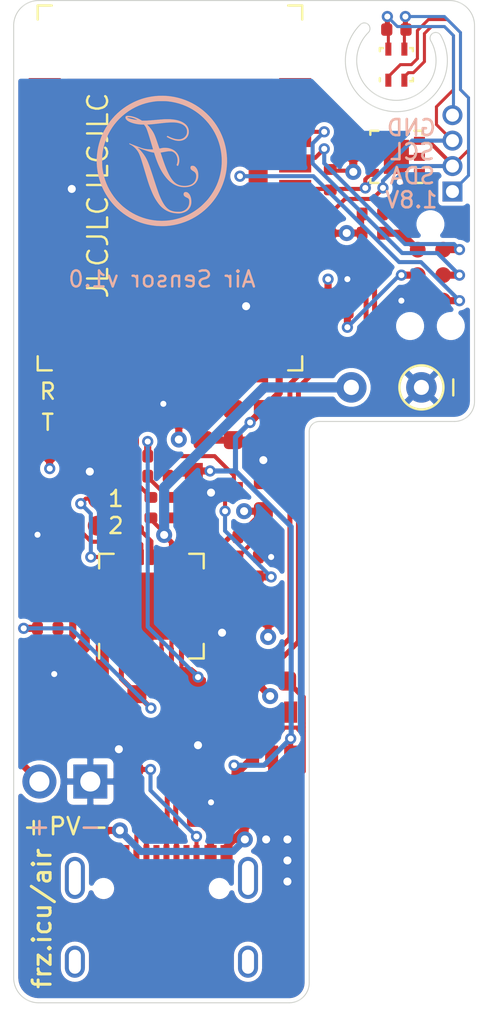
<source format=kicad_pcb>
(kicad_pcb (version 20171130) (host pcbnew "(5.1.8-0-10_14)")
  (layers (0 F.Cu signal) (1 In1.Cu power) (2 In2.Cu power) (31 B.Cu signal) (34 B.Paste user hide) (35 F.Paste user) (36 B.SilkS user) (37 F.SilkS user) (38 B.Mask user hide) (39 F.Mask user hide) (44 Edge.Cuts user))
  (net 0 "")
  (net 1 GND)
  (net 2 RESET)
  (net 3 VBUS)
  (net 4 1.8V)
  (net 5 "Net-(C19-Pad2)")
  (net 6 "Net-(C20-Pad1)")
  (net 7 "Net-(C25-Pad2)")
  (net 8 +VBoost)
  (net 9 "Net-(C27-Pad2)")
  (net 10 +VBuck)
  (net 11 "Net-(C29-Pad1)")
  (net 12 "Net-(FB1-Pad2)")
  (net 13 "Net-(FB2-Pad2)")
  (net 14 "Net-(J1-PadS1)")
  (net 15 USB_DP)
  (net 16 "Net-(J1-PadB5)")
  (net 17 "Net-(J1-PadA8)")
  (net 18 USB_DN)
  (net 19 "Net-(J1-PadA5)")
  (net 20 "Net-(J1-PadB8)")
  (net 21 "Net-(J2-Pad1)")
  (net 22 SWDIO)
  (net 23 SWDCLK)
  (net 24 "Net-(JP1-Pad1)")
  (net 25 "Net-(JP2-Pad1)")
  (net 26 "Net-(JP3-Pad1)")
  (net 27 "Net-(L2-Pad2)")
  (net 28 "Net-(L3-Pad2)")
  (net 29 "Net-(Q1-Pad1)")
  (net 30 VoltageLow)
  (net 31 I2C_SCL)
  (net 32 I2C_SDA)
  (net 33 "Net-(R8-Pad1)")
  (net 34 "Net-(R10-Pad2)")
  (net 35 "Net-(R10-Pad1)")
  (net 36 "Net-(R12-Pad2)")
  (net 37 "Net-(TP1-Pad1)")
  (net 38 "Net-(TP2-Pad1)")
  (net 39 RX)
  (net 40 TX)
  (net 41 "Net-(C31-Pad+)")
  (net 42 "Net-(U1-Pad1)")
  (net 43 "Net-(U1-Pad2)")
  (net 44 "Net-(U1-Pad3)")
  (net 45 "Net-(U1-Pad6)")
  (net 46 "Net-(U1-Pad4)")
  (net 47 "Net-(U1-Pad7)")
  (net 48 "Net-(U1-Pad8)")
  (net 49 "Net-(U1-Pad9)")
  (net 50 "Net-(U1-Pad10)")
  (net 51 "Net-(U1-Pad41)")
  (net 52 "Net-(U1-Pad43)")
  (net 53 "Net-(U1-Pad42)")
  (net 54 "Net-(U1-Pad40)")
  (net 55 "Net-(U1-Pad38)")
  (net 56 "Net-(U1-Pad34)")
  (net 57 "Net-(U1-Pad32)")
  (net 58 "Net-(U1-Pad30)")
  (net 59 "Net-(U1-Pad28)")
  (net 60 "Net-(U1-Pad25)")
  (net 61 "Net-(U1-Pad22)")
  (net 62 "Net-(U1-Pad20)")
  (net 63 "Net-(U1-Pad18)")
  (net 64 "Net-(U1-Pad12)")
  (net 65 CapVoltage)
  (net 66 SWO)
  (net 67 "Net-(JP2-Pad2)")
  (net 68 "Net-(U2-Pad4)")
  (net 69 "Net-(D1-Pad2)")
  (module Connector_USB:USB_C_Receptacle_HRO_TYPE-C-31-M-12 (layer F.Cu) (at 127.375 130.9)
    (fp_text reference J1 hide)
    (fp_text value USB_C_Receptacle_USB2.0)
    (pad B1 smd rect (at 3.25 -4.045) (size 0.6 1.45) (layers F.Cu F.Paste F.Mask) (net 12 "Net-(FB1-Pad2)"))
    (pad A9 smd rect (at 2.45 -4.045) (size 0.6 1.45) (layers F.Cu F.Paste F.Mask) (net 13 "Net-(FB2-Pad2)"))
    (pad B9 smd rect (at -2.45 -4.045) (size 0.6 1.45) (layers F.Cu F.Paste F.Mask) (net 13 "Net-(FB2-Pad2)"))
    (pad B12 smd rect (at -3.25 -4.045) (size 0.6 1.45) (layers F.Cu F.Paste F.Mask) (net 12 "Net-(FB1-Pad2)"))
    (pad A1 smd rect (at -3.25 -4.045) (size 0.6 1.45) (layers F.Cu F.Paste F.Mask) (net 12 "Net-(FB1-Pad2)"))
    (pad A4 smd rect (at -2.45 -4.045) (size 0.6 1.45) (layers F.Cu F.Paste F.Mask) (net 13 "Net-(FB2-Pad2)"))
    (pad B4 smd rect (at 2.45 -4.045) (size 0.6 1.45) (layers F.Cu F.Paste F.Mask) (net 13 "Net-(FB2-Pad2)"))
    (pad A12 smd rect (at 3.25 -4.045) (size 0.6 1.45) (layers F.Cu F.Paste F.Mask) (net 12 "Net-(FB1-Pad2)"))
    (pad B8 smd rect (at -1.75 -4.045) (size 0.3 1.45) (layers F.Cu F.Paste F.Mask) (net 20 "Net-(J1-PadB8)"))
    (pad A5 smd rect (at -1.25 -4.045) (size 0.3 1.45) (layers F.Cu F.Paste F.Mask) (net 19 "Net-(J1-PadA5)"))
    (pad B7 smd rect (at -0.75 -4.045) (size 0.3 1.45) (layers F.Cu F.Paste F.Mask) (net 18 USB_DN))
    (pad A7 smd rect (at 0.25 -4.045) (size 0.3 1.45) (layers F.Cu F.Paste F.Mask) (net 18 USB_DN))
    (pad B6 smd rect (at 0.75 -4.045) (size 0.3 1.45) (layers F.Cu F.Paste F.Mask) (net 15 USB_DP))
    (pad A8 smd rect (at 1.25 -4.045) (size 0.3 1.45) (layers F.Cu F.Paste F.Mask) (net 17 "Net-(J1-PadA8)"))
    (pad B5 smd rect (at 1.75 -4.045) (size 0.3 1.45) (layers F.Cu F.Paste F.Mask) (net 16 "Net-(J1-PadB5)"))
    (pad A6 smd rect (at -0.25 -4.045) (size 0.3 1.45) (layers F.Cu F.Paste F.Mask) (net 15 USB_DP))
    (pad S1 thru_hole oval (at 4.32 -3.13) (size 1 2.1) (drill oval 0.6 1.7) (layers *.Cu *.Mask) (net 14 "Net-(J1-PadS1)"))
    (pad S1 thru_hole oval (at -4.32 -3.13) (size 1 2.1) (drill oval 0.6 1.7) (layers *.Cu *.Mask) (net 14 "Net-(J1-PadS1)"))
    (pad "" np_thru_hole circle (at -2.89 -2.6) (size 0.65 0.65) (drill 0.65) (layers *.Cu *.Mask))
    (pad S1 thru_hole oval (at -4.32 1.05) (size 1 1.6) (drill oval 0.6 1.2) (layers *.Cu *.Mask) (net 14 "Net-(J1-PadS1)"))
    (pad "" np_thru_hole circle (at 2.89 -2.6) (size 0.65 0.65) (drill 0.65) (layers *.Cu *.Mask))
    (pad S1 thru_hole oval (at 4.32 1.05) (size 1 1.6) (drill oval 0.6 1.2) (layers *.Cu *.Mask) (net 14 "Net-(J1-PadS1)"))
  )
  (module Resistor_SMD:R_0402_1005Metric (layer F.Cu) (at 126.15 121.85 270)
    (fp_text reference R3 hide)
    (fp_text value 5.1kΩ)
    (pad 2 smd roundrect (at 0.51 0 270) (size 0.54 0.64) (layers F.Cu F.Paste F.Mask) (net 16 "Net-(J1-PadB5)"))
    (pad 1 smd roundrect (at -0.51 0 270) (size 0.54 0.64) (layers F.Cu F.Paste F.Mask) (net 1 GND))
  )
  (module Capacitor_THT:TPLC-3R8_30MR8X25 (layer F.Cu) (at 138.6 103.3 90)
    (fp_text reference C31 hide)
    (fp_text value "3.8V 30F")
    (pad - thru_hole circle (at 0 1.75 90) (size 1.524 1.524) (drill 0.75) (layers *.Cu *.Mask) (net 1 GND))
    (pad + thru_hole circle (at 0 -1.75 90) (size 1.524 1.524) (drill 0.762) (layers *.Cu *.Mask) (net 41 "Net-(C31-Pad+)"))
  )
  (module Crystal:Crystal_SMD_3215-2Pin_3.2x1.5mm (layer F.Cu) (at 124 104.9 180)
    (fp_text reference Y2 hide)
    (fp_text value "32.768 kHz")
    (pad 2 smd rect (at -1.25 0 180) (size 1 1.8) (layers F.Cu F.Paste F.Mask) (net 6 "Net-(C20-Pad1)"))
    (pad 1 smd rect (at 1.25 0 180) (size 1 1.8) (layers F.Cu F.Paste F.Mask) (net 5 "Net-(C19-Pad2)"))
  )
  (module Connector_PinHeader_1.27mm:PinHeader_1x04_P1.27mm_Vertical (layer F.Cu) (at 141.9 93.53 180)
    (fp_text reference J3 hide)
    (fp_text value Conn_01x04_Male)
    (pad 4 thru_hole oval (at 0 3.81 180) (size 1 1) (drill 0.65) (layers *.Cu *.Mask) (net 1 GND))
    (pad 3 thru_hole oval (at 0 2.54 180) (size 1 1) (drill 0.65) (layers *.Cu *.Mask) (net 31 I2C_SCL))
    (pad 2 thru_hole oval (at 0 1.27 180) (size 1 1) (drill 0.65) (layers *.Cu *.Mask) (net 32 I2C_SDA))
    (pad 1 thru_hole rect (at 0 0 180) (size 1 1) (drill 0.65) (layers *.Cu *.Mask) (net 4 1.8V))
  )
  (module Inductor_SMD:INDC3225X270N (layer F.Cu) (at 123.05 119.38)
    (fp_text reference L2 hide)
    (fp_text value 10µH)
    (pad 2 smd rect (at 1.41 0) (size 1.3 2.72) (layers F.Cu F.Paste F.Mask) (net 27 "Net-(L2-Pad2)"))
    (pad 1 smd rect (at -1.41 0) (size 1.3 2.72) (layers F.Cu F.Paste F.Mask) (net 9 "Net-(C27-Pad2)"))
  )
  (module RF_Module:E73-2G4M08S1C (layer F.Cu) (at 127.8 93.35)
    (fp_text reference U1 hide)
    (fp_text value E73-2G4M08S1C)
    (pad 12 smd rect (at -3.81 6.9) (size 0.95 0.95) (layers F.Cu F.Paste F.Mask) (net 64 "Net-(U1-Pad12)"))
    (pad 14 smd rect (at -2.54 6.9) (size 0.95 0.95) (layers F.Cu F.Paste F.Mask) (net 40 TX))
    (pad 16 smd rect (at -1.27 6.9) (size 0.95 0.95) (layers F.Cu F.Paste F.Mask) (net 39 RX))
    (pad 18 smd rect (at 0 6.9) (size 0.95 0.95) (layers F.Cu F.Paste F.Mask) (net 63 "Net-(U1-Pad18)"))
    (pad 20 smd rect (at 1.27 6.9) (size 0.95 0.95) (layers F.Cu F.Paste F.Mask) (net 62 "Net-(U1-Pad20)"))
    (pad 22 smd rect (at 2.54 6.9) (size 0.95 0.95) (layers F.Cu F.Paste F.Mask) (net 61 "Net-(U1-Pad22)"))
    (pad 24 smd rect (at 3.81 6.9) (size 0.95 0.95) (layers F.Cu F.Paste F.Mask) (net 1 GND))
    (pad 25 smd rect (at 4.45 8.9 90) (size 1.6 0.9) (layers F.Cu F.Paste F.Mask) (net 60 "Net-(U1-Pad25)"))
    (pad 23 smd rect (at 3.18 8.9 90) (size 1.6 0.9) (layers F.Cu F.Paste F.Mask) (net 4 1.8V))
    (pad 21 smd rect (at 1.91 8.9 90) (size 1.6 0.9) (layers F.Cu F.Paste F.Mask) (net 1 GND))
    (pad 19 smd rect (at 0.64 8.9 90) (size 1.6 0.9) (layers F.Cu F.Paste F.Mask) (net 4 1.8V))
    (pad 17 smd rect (at -0.63 8.9 90) (size 1.6 0.9) (layers F.Cu F.Paste F.Mask) (net 30 VoltageLow))
    (pad 15 smd rect (at -1.9 8.9 90) (size 1.6 0.9) (layers F.Cu F.Paste F.Mask) (net 65 CapVoltage))
    (pad 13 smd rect (at -3.17 8.9 90) (size 1.6 0.9) (layers F.Cu F.Paste F.Mask) (net 6 "Net-(C20-Pad1)"))
    (pad 11 smd rect (at -4.44 8.9 90) (size 1.6 0.9) (layers F.Cu F.Paste F.Mask) (net 5 "Net-(C19-Pad2)"))
    (pad 28 smd rect (at 4.4 4.495) (size 0.95 0.95) (layers F.Cu F.Paste F.Mask) (net 59 "Net-(U1-Pad28)"))
    (pad 30 smd rect (at 4.4 3.225) (size 0.95 0.95) (layers F.Cu F.Paste F.Mask) (net 58 "Net-(U1-Pad30)"))
    (pad 32 smd rect (at 4.4 1.955) (size 0.95 0.95) (layers F.Cu F.Paste F.Mask) (net 57 "Net-(U1-Pad32)"))
    (pad 34 smd rect (at 4.4 0.685) (size 0.95 0.95) (layers F.Cu F.Paste F.Mask) (net 56 "Net-(U1-Pad34)"))
    (pad 36 smd rect (at 4.4 -0.585) (size 0.95 0.95) (layers F.Cu F.Paste F.Mask) (net 66 SWO))
    (pad 38 smd rect (at 4.4 -1.855) (size 0.95 0.95) (layers F.Cu F.Paste F.Mask) (net 55 "Net-(U1-Pad38)"))
    (pad 40 smd rect (at 4.4 -3.125) (size 0.95 0.95) (layers F.Cu F.Paste F.Mask) (net 54 "Net-(U1-Pad40)"))
    (pad 42 smd rect (at 4.4 -4.395) (size 0.95 0.95) (layers F.Cu F.Paste F.Mask) (net 53 "Net-(U1-Pad42)"))
    (pad 43 smd rect (at 6.25 -5.03) (size 1.6 0.9) (layers F.Cu F.Paste F.Mask) (net 52 "Net-(U1-Pad43)"))
    (pad 41 smd rect (at 6.25 -3.76) (size 1.6 0.9) (layers F.Cu F.Paste F.Mask) (net 51 "Net-(U1-Pad41)"))
    (pad 39 smd rect (at 6.25 -2.49) (size 1.6 0.9) (layers F.Cu F.Paste F.Mask) (net 23 SWDCLK))
    (pad 33 smd rect (at 6.25 1.32) (size 1.6 0.9) (layers F.Cu F.Paste F.Mask) (net 32 I2C_SDA))
    (pad 37 smd rect (at 6.25 -1.22) (size 1.6 0.9) (layers F.Cu F.Paste F.Mask) (net 22 SWDIO))
    (pad 35 smd rect (at 6.25 0.05) (size 1.6 0.9) (layers F.Cu F.Paste F.Mask) (net 31 I2C_SCL))
    (pad 31 smd rect (at 6.25 2.59) (size 1.6 0.9) (layers F.Cu F.Paste F.Mask) (net 15 USB_DP))
    (pad 29 smd rect (at 6.25 3.86) (size 1.6 0.9) (layers F.Cu F.Paste F.Mask) (net 18 USB_DN))
    (pad 27 smd rect (at 6.25 5.13) (size 1.6 0.9) (layers F.Cu F.Paste F.Mask) (net 3 VBUS))
    (pad 26 smd rect (at 6.25 6.4) (size 1.6 0.9) (layers F.Cu F.Paste F.Mask) (net 2 RESET))
    (pad 10 smd rect (at -6.25 6.4) (size 1.6 0.9) (layers F.Cu F.Paste F.Mask) (net 50 "Net-(U1-Pad10)"))
    (pad 9 smd rect (at -6.25 5.13) (size 1.6 0.9) (layers F.Cu F.Paste F.Mask) (net 49 "Net-(U1-Pad9)"))
    (pad 8 smd rect (at -6.25 3.86) (size 1.6 0.9) (layers F.Cu F.Paste F.Mask) (net 48 "Net-(U1-Pad8)"))
    (pad 7 smd rect (at -6.25 2.59) (size 1.6 0.9) (layers F.Cu F.Paste F.Mask) (net 47 "Net-(U1-Pad7)"))
    (pad 5 smd rect (at -6.25 0.05) (size 1.6 0.9) (layers F.Cu F.Paste F.Mask) (net 1 GND))
    (pad 4 smd rect (at -6.25 -1.22) (size 1.6 0.9) (layers F.Cu F.Paste F.Mask) (net 46 "Net-(U1-Pad4)"))
    (pad 6 smd rect (at -6.25 1.32) (size 1.6 0.9) (layers F.Cu F.Paste F.Mask) (net 45 "Net-(U1-Pad6)"))
    (pad 3 smd rect (at -6.25 -2.49) (size 1.6 0.9) (layers F.Cu F.Paste F.Mask) (net 44 "Net-(U1-Pad3)"))
    (pad 2 smd rect (at -6.25 -3.76) (size 1.6 0.9) (layers F.Cu F.Paste F.Mask) (net 43 "Net-(U1-Pad2)"))
    (pad 1 smd rect (at -6.25 -5.03) (size 1.6 0.9) (layers F.Cu F.Paste F.Mask) (net 42 "Net-(U1-Pad1)"))
  )
  (module Logos:Logo_6.5mm (layer B.Cu) (at 127.4 92 180)
    (fp_text reference G*** hide)
    (fp_text value LOGO hide)
  )
  (module Package_DFN_QFN:QFN-28-1EP_5x5mm_P0.5mm_EP3.35x3.35mm (layer F.Cu) (at 126.875 114.212 90)
    (fp_text reference U3 hide)
    (fp_text value AEM10941)
    (pad 29 smd rect (at 0 0 90) (size 3.35 3.35) (layers F.Cu F.Mask) (net 1 GND))
    (pad 28 smd roundrect (at -1.5 -2.45 90) (size 0.25 0.8) (layers F.Cu F.Paste F.Mask) (net 27 "Net-(L2-Pad2)"))
    (pad 27 smd roundrect (at -1 -2.45 90) (size 0.25 0.8) (layers F.Cu F.Paste F.Mask) (net 9 "Net-(C27-Pad2)"))
    (pad 26 smd roundrect (at -0.5 -2.45 90) (size 0.25 0.8) (layers F.Cu F.Paste F.Mask) (net 69 "Net-(D1-Pad2)"))
    (pad 25 smd roundrect (at 0 -2.45 90) (size 0.25 0.8) (layers F.Cu F.Paste F.Mask) (net 69 "Net-(D1-Pad2)"))
    (pad 24 smd roundrect (at 0.5 -2.45 90) (size 0.25 0.8) (layers F.Cu F.Paste F.Mask) (net 33 "Net-(R8-Pad1)"))
    (pad 23 smd roundrect (at 1 -2.45 90) (size 0.25 0.8) (layers F.Cu F.Paste F.Mask) (net 34 "Net-(R10-Pad2)"))
    (pad 22 smd roundrect (at 1.5 -2.45 90) (size 0.25 0.8) (layers F.Cu F.Paste F.Mask) (net 35 "Net-(R10-Pad1)"))
    (pad 21 smd roundrect (at 2.45 -1.5 90) (size 0.8 0.25) (layers F.Cu F.Paste F.Mask) (net 37 "Net-(TP1-Pad1)"))
    (pad 20 smd roundrect (at 2.45 -1 90) (size 0.8 0.25) (layers F.Cu F.Paste F.Mask) (net 29 "Net-(Q1-Pad1)"))
    (pad 19 smd roundrect (at 2.45 -0.5 90) (size 0.8 0.25) (layers F.Cu F.Paste F.Mask) (net 38 "Net-(TP2-Pad1)"))
    (pad 18 smd roundrect (at 2.45 0 90) (size 0.8 0.25) (layers F.Cu F.Paste F.Mask) (net 26 "Net-(JP3-Pad1)"))
    (pad 17 smd roundrect (at 2.45 0.5 90) (size 0.8 0.25) (layers F.Cu F.Paste F.Mask) (net 1 GND))
    (pad 16 smd roundrect (at 2.45 1 90) (size 0.8 0.25) (layers F.Cu F.Paste F.Mask) (net 41 "Net-(C31-Pad+)"))
    (pad 15 smd roundrect (at 2.45 1.5 90) (size 0.8 0.25) (layers F.Cu F.Paste F.Mask) (net 24 "Net-(JP1-Pad1)"))
    (pad 14 smd roundrect (at 1.5 2.45 90) (size 0.25 0.8) (layers F.Cu F.Paste F.Mask) (net 4 1.8V))
    (pad 13 smd roundrect (at 1 2.45 90) (size 0.25 0.8) (layers F.Cu F.Paste F.Mask) (net 36 "Net-(R12-Pad2)"))
    (pad 12 smd roundrect (at 0.5 2.45 90) (size 0.25 0.8) (layers F.Cu F.Paste F.Mask) (net 25 "Net-(JP2-Pad1)"))
    (pad 11 smd roundrect (at 0 2.45 90) (size 0.25 0.8) (layers F.Cu F.Paste F.Mask) (net 11 "Net-(C29-Pad1)"))
    (pad 10 smd roundrect (at -0.5 2.45 90) (size 0.25 0.8) (layers F.Cu F.Paste F.Mask) (net 1 GND))
    (pad 9 smd roundrect (at -1 2.45 90) (size 0.25 0.8) (layers F.Cu F.Paste F.Mask) (net 1 GND))
    (pad 8 smd roundrect (at -1.5 2.45 90) (size 0.25 0.8) (layers F.Cu F.Paste F.Mask) (net 1 GND))
    (pad 7 smd roundrect (at -2.45 1.5 90) (size 0.8 0.25) (layers F.Cu F.Paste F.Mask) (net 10 +VBuck))
    (pad 6 smd roundrect (at -2.45 1 90) (size 0.8 0.25) (layers F.Cu F.Paste F.Mask) (net 1 GND))
    (pad 5 smd roundrect (at -2.45 0.5 90) (size 0.8 0.25) (layers F.Cu F.Paste F.Mask) (net 1 GND))
    (pad 4 smd roundrect (at -2.45 0 90) (size 0.8 0.25) (layers F.Cu F.Paste F.Mask) (net 1 GND))
    (pad 3 smd roundrect (at -2.45 -0.5 90) (size 0.8 0.25) (layers F.Cu F.Paste F.Mask) (net 10 +VBuck))
    (pad 2 smd roundrect (at -2.45 -1 90) (size 0.8 0.25) (layers F.Cu F.Paste F.Mask) (net 28 "Net-(L3-Pad2)"))
    (pad 1 smd roundrect (at -2.45 -1.5 90) (size 0.8 0.25) (layers F.Cu F.Paste F.Mask) (net 8 +VBoost))
  )
  (module Resistor_SMD:R_0402_1005Metric (layer F.Cu) (at 135.8 95.1 90)
    (fp_text reference R7 hide)
    (fp_text value 750Ω)
    (pad 2 smd roundrect (at 0.51 0 90) (size 0.54 0.64) (layers F.Cu F.Paste F.Mask) (net 32 I2C_SDA))
    (pad 1 smd roundrect (at -0.51 0 90) (size 0.54 0.64) (layers F.Cu F.Paste F.Mask) (net 4 1.8V))
  )
  (module Capacitor_SMD:C_0402_1005Metric (layer F.Cu) (at 136.6552 99.1108 270)
    (fp_text reference C4 hide)
    (fp_text value 100nF)
    (pad 2 smd roundrect (at 0.48 0 270) (size 0.56 0.62) (layers F.Cu F.Paste F.Mask) (net 2 RESET))
    (pad 1 smd roundrect (at -0.48 0 270) (size 0.56 0.62) (layers F.Cu F.Paste F.Mask) (net 1 GND))
  )
  (module Capacitor_SMD:C_0603_1608Metric (layer F.Cu) (at 129.875 123.25)
    (fp_text reference C14 hide)
    (fp_text value 2.2µF)
    (pad 2 smd roundrect (at 0.775 0) (size 0.9 0.95) (layers F.Cu F.Paste F.Mask) (net 3 VBUS))
    (pad 1 smd roundrect (at -0.775 0) (size 0.9 0.95) (layers F.Cu F.Paste F.Mask) (net 1 GND))
  )
  (module Capacitor_SMD:C_0603_1608Metric (layer F.Cu) (at 132.875 117.95)
    (fp_text reference C16 hide)
    (fp_text value 2.2µF)
    (pad 2 smd roundrect (at 0.775 0) (size 0.9 0.95) (layers F.Cu F.Paste F.Mask) (net 1 GND))
    (pad 1 smd roundrect (at -0.775 0) (size 0.9 0.95) (layers F.Cu F.Paste F.Mask) (net 4 1.8V))
  )
  (module Capacitor_SMD:C_0603_1608Metric (layer F.Cu) (at 129.45 105.156 90)
    (fp_text reference C17 hide)
    (fp_text value 1µF)
    (pad 2 smd roundrect (at 0.775 0 90) (size 0.9 0.95) (layers F.Cu F.Paste F.Mask) (net 4 1.8V))
    (pad 1 smd roundrect (at -0.775 0 90) (size 0.9 0.95) (layers F.Cu F.Paste F.Mask) (net 1 GND))
  )
  (module Capacitor_SMD:C_0402_1005Metric (layer F.Cu) (at 128.242 104.6 270)
    (fp_text reference C18 hide)
    (fp_text value 100nF)
    (pad 2 smd roundrect (at 0.48 0 270) (size 0.56 0.62) (layers F.Cu F.Paste F.Mask) (net 4 1.8V))
    (pad 1 smd roundrect (at -0.48 0 270) (size 0.56 0.62) (layers F.Cu F.Paste F.Mask) (net 1 GND))
  )
  (module Capacitor_SMD:C_0402_1005Metric (layer F.Cu) (at 123.2 106.73 180)
    (fp_text reference C19 hide)
    (fp_text value 15pF)
    (pad 2 smd roundrect (at 0.48 0 180) (size 0.56 0.62) (layers F.Cu F.Paste F.Mask) (net 5 "Net-(C19-Pad2)"))
    (pad 1 smd roundrect (at -0.48 0 180) (size 0.56 0.62) (layers F.Cu F.Paste F.Mask) (net 1 GND))
  )
  (module Capacitor_SMD:C_0402_1005Metric (layer F.Cu) (at 125.095 106.73 180)
    (fp_text reference C20 hide)
    (fp_text value 15pF)
    (pad 2 smd roundrect (at 0.48 0 180) (size 0.56 0.62) (layers F.Cu F.Paste F.Mask) (net 1 GND))
    (pad 1 smd roundrect (at -0.48 0 180) (size 0.56 0.62) (layers F.Cu F.Paste F.Mask) (net 6 "Net-(C20-Pad1)"))
  )
  (module Capacitor_SMD:C_0402_1005Metric (layer F.Cu) (at 139.1 85.45)
    (fp_text reference C24 hide)
    (fp_text value 100nF)
    (pad 2 smd roundrect (at 0.48 0) (size 0.56 0.62) (layers F.Cu F.Paste F.Mask) (net 4 1.8V))
    (pad 1 smd roundrect (at -0.48 0) (size 0.56 0.62) (layers F.Cu F.Paste F.Mask) (net 1 GND))
  )
  (module Capacitor_SMD:C_0603_1608Metric (layer F.Cu) (at 126.15 119.38 90)
    (fp_text reference C26 hide)
    (fp_text value 22µF)
    (pad 2 smd roundrect (at 0.775 0 90) (size 0.9 0.95) (layers F.Cu F.Paste F.Mask) (net 8 +VBoost))
    (pad 1 smd roundrect (at -0.775 0 90) (size 0.9 0.95) (layers F.Cu F.Paste F.Mask) (net 1 GND))
  )
  (module Capacitor_SMD:C_0603_1608Metric (layer F.Cu) (at 122.1 117)
    (fp_text reference C27 hide)
    (fp_text value 10µF)
    (pad 2 smd roundrect (at 0.775 0) (size 0.9 0.95) (layers F.Cu F.Paste F.Mask) (net 9 "Net-(C27-Pad2)"))
    (pad 1 smd roundrect (at -0.775 0) (size 0.9 0.95) (layers F.Cu F.Paste F.Mask) (net 1 GND))
  )
  (module Capacitor_SMD:C_0603_1608Metric (layer F.Cu) (at 129.2 119.38 90)
    (fp_text reference C28 hide)
    (fp_text value 10µF)
    (pad 2 smd roundrect (at 0.775 0 90) (size 0.9 0.95) (layers F.Cu F.Paste F.Mask) (net 10 +VBuck))
    (pad 1 smd roundrect (at -0.775 0 90) (size 0.9 0.95) (layers F.Cu F.Paste F.Mask) (net 1 GND))
  )
  (module Capacitor_SMD:C_0603_1608Metric (layer F.Cu) (at 131.4 114.762 270)
    (fp_text reference C29 hide)
    (fp_text value 10µF)
    (pad 2 smd roundrect (at 0.775 0 270) (size 0.9 0.95) (layers F.Cu F.Paste F.Mask) (net 1 GND))
    (pad 1 smd roundrect (at -0.775 0 270) (size 0.9 0.95) (layers F.Cu F.Paste F.Mask) (net 11 "Net-(C29-Pad1)"))
  )
  (module Capacitor_SMD:C_0603_1608Metric (layer F.Cu) (at 132.461 108.7 270)
    (fp_text reference C30 hide)
    (fp_text value 10µF)
    (pad 2 smd roundrect (at 0.775 0 270) (size 0.9 0.95) (layers F.Cu F.Paste F.Mask) (net 4 1.8V))
    (pad 1 smd roundrect (at -0.775 0 270) (size 0.9 0.95) (layers F.Cu F.Paste F.Mask) (net 1 GND))
  )
  (module Connector:Tag-Connect_TC2030-IDC-NL_2x03_P1.27mm_Vertical (layer F.Cu) (at 140.8 97.7 270)
    (fp_text reference J2 hide)
    (fp_text value Tag-Connect)
    (pad 6 connect circle (at 1.27 -0.635 270) (size 0.7874 0.7874) (layers F.Cu F.Mask) (net 66 SWO))
    (pad 5 connect circle (at 1.27 0.635 270) (size 0.7874 0.7874) (layers F.Cu F.Mask) (net 1 GND))
    (pad 4 connect circle (at 0 -0.635 270) (size 0.7874 0.7874) (layers F.Cu F.Mask) (net 23 SWDCLK))
    (pad 3 connect circle (at 0 0.635 270) (size 0.7874 0.7874) (layers F.Cu F.Mask) (net 2 RESET))
    (pad 2 connect circle (at -1.27 -0.635 270) (size 0.7874 0.7874) (layers F.Cu F.Mask) (net 22 SWDIO))
    (pad 1 connect circle (at -1.27 0.635 270) (size 0.7874 0.7874) (layers F.Cu F.Mask) (net 21 "Net-(J2-Pad1)"))
    (pad "" np_thru_hole circle (at -2.54 0 270) (size 0.9906 0.9906) (drill 0.9906) (layers *.Cu *.Mask))
    (pad "" np_thru_hole circle (at 2.54 1.016 270) (size 0.9906 0.9906) (drill 0.9906) (layers *.Cu *.Mask))
    (pad "" np_thru_hole circle (at 2.54 -1.016 270) (size 0.9906 0.9906) (drill 0.9906) (layers *.Cu *.Mask))
  )
  (module Resistor_SMD:R_0402_1005Metric (layer F.Cu) (at 127.8 109.3 90)
    (fp_text reference JP1 hide)
    (fp_text value Jumper_NC_Small)
    (pad 2 smd roundrect (at 0.51 0 90) (size 0.54 0.64) (layers F.Cu F.Paste F.Mask) (net 1 GND))
    (pad 1 smd roundrect (at -0.51 0 90) (size 0.54 0.64) (layers F.Cu F.Paste F.Mask) (net 24 "Net-(JP1-Pad1)"))
  )
  (module Resistor_SMD:R_0402_1005Metric (layer F.Cu) (at 131.7 112.7554)
    (fp_text reference JP2 hide)
    (fp_text value Jumper_NC_Small)
    (pad 2 smd roundrect (at 0.51 0) (size 0.54 0.64) (layers F.Cu F.Paste F.Mask) (net 67 "Net-(JP2-Pad2)"))
    (pad 1 smd roundrect (at -0.51 0) (size 0.54 0.64) (layers F.Cu F.Paste F.Mask) (net 25 "Net-(JP2-Pad1)"))
  )
  (module Resistor_SMD:R_0402_1005Metric (layer F.Cu) (at 125.9 109.3 90)
    (fp_text reference JP3 hide)
    (fp_text value Jumper_NC_Small)
    (pad 2 smd roundrect (at 0.51 0 90) (size 0.54 0.64) (layers F.Cu F.Paste F.Mask) (net 1 GND))
    (pad 1 smd roundrect (at -0.51 0 90) (size 0.54 0.64) (layers F.Cu F.Paste F.Mask) (net 26 "Net-(JP3-Pad1)"))
  )
  (module Inductor_SMD:L_0603_1608Metric (layer F.Cu) (at 127.675 119.38 90)
    (fp_text reference L3 hide)
    (fp_text value 10µH)
    (pad 2 smd roundrect (at 0.7875 0 90) (size 0.875 0.95) (layers F.Cu F.Paste F.Mask) (net 28 "Net-(L3-Pad2)"))
    (pad 1 smd roundrect (at -0.7875 0 90) (size 0.875 0.95) (layers F.Cu F.Paste F.Mask) (net 10 +VBuck))
  )
  (module Package_TO_SOT_SMD:SOT-23 (layer F.Cu) (at 121.9 109.1 180)
    (fp_text reference Q1 hide)
    (fp_text value BSS138)
    (pad 3 smd rect (at 1 0 180) (size 0.9 0.8) (layers F.Cu F.Paste F.Mask) (net 30 VoltageLow))
    (pad 2 smd rect (at -1 0.95 180) (size 0.9 0.8) (layers F.Cu F.Paste F.Mask) (net 1 GND))
    (pad 1 smd rect (at -1 -0.95 180) (size 0.9 0.8) (layers F.Cu F.Paste F.Mask) (net 29 "Net-(Q1-Pad1)"))
  )
  (module Resistor_SMD:R_0402_1005Metric (layer F.Cu) (at 126.15 123.8 270)
    (fp_text reference R2 hide)
    (fp_text value 5.1kΩ)
    (pad 2 smd roundrect (at 0.51 0 270) (size 0.54 0.64) (layers F.Cu F.Paste F.Mask) (net 19 "Net-(J1-PadA5)"))
    (pad 1 smd roundrect (at -0.51 0 270) (size 0.54 0.64) (layers F.Cu F.Paste F.Mask) (net 1 GND))
  )
  (module Resistor_SMD:R_0402_1005Metric (layer F.Cu) (at 137.9 95.61 180)
    (fp_text reference R4 hide)
    (fp_text value "0 Ω")
    (pad 2 smd roundrect (at 0.51 0 180) (size 0.54 0.64) (layers F.Cu F.Paste F.Mask) (net 4 1.8V))
    (pad 1 smd roundrect (at -0.51 0 180) (size 0.54 0.64) (layers F.Cu F.Paste F.Mask) (net 21 "Net-(J2-Pad1)"))
  )
  (module Sensor:SGP40 (layer F.Cu) (at 139.1 91.8 180)
    (fp_text reference SGP40_1 hide)
    (fp_text value SGP40)
    (pad PAD smd custom (at 0 0 180) (size 1.25 1) (layers F.Cu F.Paste F.Mask) (net 1 GND) (options (clearance outline) (anchor rect)) (primitives (gr_poly (pts (xy 0.625 0.85) (xy -0.625 0.85) (xy -0.625 -0.55) (xy -0.325 -0.85) (xy 0.625 -0.85)) (width 0.001))))
    (pad 2 smd rect (at -1.15 0) (size 0.55 0.4) (layers F.Cu F.Paste F.Mask) (net 1 GND))
    (pad 1 smd rect (at -1.15 -0.8) (size 0.55 0.4) (layers F.Cu F.Paste F.Mask) (net 7 "Net-(C25-Pad2)"))
    (pad 3 smd rect (at -1.15 0.8) (size 0.55 0.4) (layers F.Cu F.Paste F.Mask) (net 32 I2C_SDA))
    (pad 4 smd rect (at 1.15 0.8 180) (size 0.55 0.4) (layers F.Cu F.Paste F.Mask) (net 1 GND))
    (pad 5 smd rect (at 1.15 0 180) (size 0.55 0.4) (layers F.Cu F.Paste F.Mask) (net 4 1.8V))
    (pad 6 smd rect (at 1.15 -0.8 180) (size 0.55 0.4) (layers F.Cu F.Paste F.Mask) (net 31 I2C_SCL))
  )
  (module Sensor_Humidity:Sensirion_SHT4x (layer F.Cu) (at 139.1 87.2 90)
    (fp_text reference SHT4x_1 hide)
    (fp_text value SHT4x)
    (pad 1 smd rect (at -0.775 -0.4 90) (size 0.65 0.3) (layers F.Cu F.Paste F.Mask) (net 32 I2C_SDA))
    (pad 2 smd rect (at -0.775 0.4 90) (size 0.65 0.3) (layers F.Cu F.Paste F.Mask) (net 31 I2C_SCL))
    (pad 4 smd rect (at 0.775 -0.4 270) (size 0.65 0.3) (layers F.Cu F.Paste F.Mask) (net 1 GND))
    (pad 3 smd rect (at 0.775 0.4 270) (size 0.65 0.3) (layers F.Cu F.Paste F.Mask) (net 4 1.8V))
  )
  (module TestPoint:TestPoint_Pad_D1.0mm (layer F.Cu) (at 124.2 108.85 90)
    (fp_text reference TP1 hide)
    (fp_text value "LDOs Ready")
    (pad 1 smd circle (at 0 0 90) (size 1 1) (layers F.Cu F.Mask) (net 37 "Net-(TP1-Pad1)"))
  )
  (module TestPoint:TestPoint_Pad_D1.0mm (layer F.Cu) (at 124.2 110.2 90)
    (fp_text reference TP2 hide)
    (fp_text value "MPP Evaluation")
    (pad 1 smd circle (at 0 0 90) (size 1 1) (layers F.Cu F.Mask) (net 38 "Net-(TP2-Pad1)"))
  )
  (module Capacitor_SMD:C_0603_1608Metric (layer F.Cu) (at 132.461 105.156 90)
    (fp_text reference C2 hide)
    (fp_text value 4.7µF)
    (pad 2 smd roundrect (at 0.775 0 90) (size 0.9 0.95) (layers F.Cu F.Paste F.Mask) (net 3 VBUS))
    (pad 1 smd roundrect (at -0.775 0 90) (size 0.9 0.95) (layers F.Cu F.Paste F.Mask) (net 1 GND))
  )
  (module Capacitor_SMD:C_0603_1608Metric (layer F.Cu) (at 130.96 105.156 90)
    (fp_text reference C1 hide)
    (fp_text value 4.7µF)
    (pad 2 smd roundrect (at 0.775 0 90) (size 0.9 0.95) (layers F.Cu F.Paste F.Mask) (net 4 1.8V))
    (pad 1 smd roundrect (at -0.775 0 90) (size 0.9 0.95) (layers F.Cu F.Paste F.Mask) (net 1 GND))
  )
  (module Connector_PinHeader_2.54mm:PinHeader_1x02_P2.54mm_Vertical (layer F.Cu) (at 123.825 122.962 270)
    (fp_text reference D1 hide)
    (fp_text value SM141K07L)
    (pad 2 thru_hole oval (at 0 2.54 270) (size 1.7 1.7) (drill 1) (layers *.Cu *.Mask) (net 69 "Net-(D1-Pad2)"))
    (pad 1 thru_hole rect (at 0 0 270) (size 1.7 1.7) (drill 1) (layers *.Cu *.Mask) (net 1 GND))
  )
  (module Resistor_SMD:R_0402_1005Metric (layer F.Cu) (at 135.69 99.1108 270)
    (fp_text reference R1 hide)
    (fp_text value "10 kΩ")
    (pad 2 smd roundrect (at 0.51 0 270) (size 0.54 0.64) (layers F.Cu F.Paste F.Mask) (net 2 RESET))
    (pad 1 smd roundrect (at -0.51 0 270) (size 0.54 0.64) (layers F.Cu F.Paste F.Mask) (net 4 1.8V))
  )
  (module Resistor_SMD:R_0402_1005Metric (layer F.Cu) (at 137.9 94.65)
    (fp_text reference R5 hide)
    (fp_text value 4.7Ω)
    (pad 2 smd roundrect (at 0.51 0) (size 0.54 0.64) (layers F.Cu F.Paste F.Mask) (net 7 "Net-(C25-Pad2)"))
    (pad 1 smd roundrect (at -0.51 0) (size 0.54 0.64) (layers F.Cu F.Paste F.Mask) (net 4 1.8V))
  )
  (module Resistor_SMD:R_0402_1005Metric (layer F.Cu) (at 135.8 92.94 90)
    (fp_text reference R6 hide)
    (fp_text value 750Ω)
    (pad 2 smd roundrect (at 0.51 0 90) (size 0.54 0.64) (layers F.Cu F.Paste F.Mask) (net 4 1.8V))
    (pad 1 smd roundrect (at -0.51 0 90) (size 0.54 0.64) (layers F.Cu F.Paste F.Mask) (net 31 I2C_SCL))
  )
  (module Resistor_SMD:R_0402_1005Metric (layer F.Cu) (at 131.7 110.76)
    (fp_text reference R12 hide)
    (fp_text value 16MΩ)
    (pad 2 smd roundrect (at 0.51 0) (size 0.54 0.64) (layers F.Cu F.Paste F.Mask) (net 36 "Net-(R12-Pad2)"))
    (pad 1 smd roundrect (at -0.51 0) (size 0.54 0.64) (layers F.Cu F.Paste F.Mask) (net 4 1.8V))
  )
  (module Resistor_SMD:R_0402_1005Metric (layer F.Cu) (at 131.7 111.76)
    (fp_text reference R13 hide)
    (fp_text value 20MΩ)
    (pad 2 smd roundrect (at 0.51 0) (size 0.54 0.64) (layers F.Cu F.Paste F.Mask) (net 1 GND))
    (pad 1 smd roundrect (at -0.51 0) (size 0.54 0.64) (layers F.Cu F.Paste F.Mask) (net 36 "Net-(R12-Pad2)"))
  )
  (module Resistor_SMD:R_0402_1005Metric (layer F.Cu) (at 132.7 114.5 90)
    (fp_text reference R14 hide)
    (fp_text value DNP)
    (pad 2 smd roundrect (at 0.51 0 90) (size 0.54 0.64) (layers F.Cu F.Paste F.Mask) (net 11 "Net-(C29-Pad1)"))
    (pad 1 smd roundrect (at -0.51 0 90) (size 0.54 0.64) (layers F.Cu F.Paste F.Mask) (net 4 1.8V))
  )
  (module Resistor_SMD:R_0402_1005Metric (layer F.Cu) (at 121.7 111.4)
    (fp_text reference R15 hide)
    (fp_text value 1MΩ)
    (pad 2 smd roundrect (at 0.51 0) (size 0.54 0.64) (layers F.Cu F.Paste F.Mask) (net 29 "Net-(Q1-Pad1)"))
    (pad 1 smd roundrect (at -0.51 0) (size 0.54 0.64) (layers F.Cu F.Paste F.Mask) (net 1 GND))
  )
  (module Resistor_SMD:R_0402_1005Metric (layer F.Cu) (at 121.285 106.73)
    (fp_text reference R16 hide)
    (fp_text value 1MΩ)
    (pad 2 smd roundrect (at 0.51 0) (size 0.54 0.64) (layers F.Cu F.Paste F.Mask) (net 4 1.8V))
    (pad 1 smd roundrect (at -0.51 0) (size 0.54 0.64) (layers F.Cu F.Paste F.Mask) (net 30 VoltageLow))
  )
  (module Capacitor_SMD:C_0402_1005Metric (layer F.Cu) (at 136.95 91.3 270)
    (fp_text reference C23 hide)
    (fp_text value 1µF)
    (pad 2 smd roundrect (at 0.48 0 270) (size 0.56 0.62) (layers F.Cu F.Paste F.Mask) (net 4 1.8V))
    (pad 1 smd roundrect (at -0.48 0 270) (size 0.56 0.62) (layers F.Cu F.Paste F.Mask) (net 1 GND))
  )
  (module Capacitor_SMD:C_0402_1005Metric (layer F.Cu) (at 139.75 93.75)
    (fp_text reference C25 hide)
    (fp_text value 1µF)
    (pad 2 smd roundrect (at 0.48 0) (size 0.56 0.62) (layers F.Cu F.Paste F.Mask) (net 7 "Net-(C25-Pad2)"))
    (pad 1 smd roundrect (at -0.48 0) (size 0.56 0.62) (layers F.Cu F.Paste F.Mask) (net 1 GND))
  )
  (module TestPoint:TestPoint_Pad_D1.0mm (layer F.Cu) (at 120.8 105.05)
    (fp_text reference TP3 hide)
    (fp_text value TestPoint)
    (pad 1 smd circle (at 0 0) (size 1 1) (layers F.Cu F.Mask) (net 40 TX))
  )
  (module TestPoint:TestPoint_Pad_D1.0mm (layer F.Cu) (at 120.8 103.5)
    (fp_text reference TP4 hide)
    (fp_text value TestPoint)
    (pad 1 smd circle (at 0 0) (size 1 1) (layers F.Cu F.Mask) (net 39 RX))
  )
  (module Inductor_SMD:L_0603_1608Metric (layer F.Cu) (at 132.875 124.75 180)
    (fp_text reference FB1 hide)
    (fp_text value 120Ω)
    (pad 2 smd roundrect (at 0.7875 0 180) (size 0.875 0.95) (layers F.Cu F.Paste F.Mask) (net 12 "Net-(FB1-Pad2)"))
    (pad 1 smd roundrect (at -0.7875 0 180) (size 0.875 0.95) (layers F.Cu F.Paste F.Mask) (net 1 GND))
  )
  (module Inductor_SMD:L_0603_1608Metric (layer F.Cu) (at 129.875 124.75 180)
    (fp_text reference FB2 hide)
    (fp_text value 120Ω)
    (pad 2 smd roundrect (at 0.7875 0 180) (size 0.875 0.95) (layers F.Cu F.Paste F.Mask) (net 13 "Net-(FB2-Pad2)"))
    (pad 1 smd roundrect (at -0.7875 0 180) (size 0.875 0.95) (layers F.Cu F.Paste F.Mask) (net 3 VBUS))
  )
  (module Capacitor_SMD:C_0603_1608Metric (layer F.Cu) (at 132.875 123.25)
    (fp_text reference C11 hide)
    (fp_text value 100nF)
    (pad 2 smd roundrect (at 0.775 0) (size 0.9 0.95) (layers F.Cu F.Paste F.Mask) (net 1 GND))
    (pad 1 smd roundrect (at -0.775 0) (size 0.9 0.95) (layers F.Cu F.Paste F.Mask) (net 3 VBUS))
  )
  (module Capacitor_SMD:C_0402_1005Metric (layer F.Cu) (at 126.69 104.6 270)
    (fp_text reference C3 hide)
    (fp_text value 10nF)
    (pad 2 smd roundrect (at 0.48 0 270) (size 0.56 0.62) (layers F.Cu F.Paste F.Mask) (net 65 CapVoltage))
    (pad 1 smd roundrect (at -0.48 0 270) (size 0.56 0.62) (layers F.Cu F.Paste F.Mask) (net 1 GND))
  )
  (module Package_TO_SOT_SMD:SOT-23 (layer F.Cu) (at 129.99 108.42)
    (fp_text reference Q2 hide)
    (fp_text value BSS138)
    (pad 3 smd rect (at 1 0) (size 0.9 0.8) (layers F.Cu F.Paste F.Mask) (net 67 "Net-(JP2-Pad2)"))
    (pad 2 smd rect (at -1 0.95) (size 0.9 0.8) (layers F.Cu F.Paste F.Mask) (net 1 GND))
    (pad 1 smd rect (at -1 -0.95) (size 0.9 0.8) (layers F.Cu F.Paste F.Mask) (net 3 VBUS))
  )
  (module Resistor_SMD:R_0402_1005Metric (layer F.Cu) (at 126.85 109.3 90)
    (fp_text reference R17 hide)
    (fp_text value 22MΩ)
    (pad 2 smd roundrect (at 0.51 0 90) (size 0.54 0.64) (layers F.Cu F.Paste F.Mask) (net 65 CapVoltage))
    (pad 1 smd roundrect (at -0.51 0 90) (size 0.54 0.64) (layers F.Cu F.Paste F.Mask) (net 41 "Net-(C31-Pad+)"))
  )
  (module Resistor_SMD:R_0402_1005Metric (layer F.Cu) (at 125.095 107.73 180)
    (fp_text reference R18 hide)
    (fp_text value 16MΩ)
    (pad 2 smd roundrect (at 0.51 0 180) (size 0.54 0.64) (layers F.Cu F.Paste F.Mask) (net 1 GND))
    (pad 1 smd roundrect (at -0.51 0 180) (size 0.54 0.64) (layers F.Cu F.Paste F.Mask) (net 65 CapVoltage))
  )
  (module Resistor_SMD:R_0402_1005Metric (layer F.Cu) (at 127.2 106.73)
    (fp_text reference R19 hide)
    (fp_text value 1MΩ)
    (pad 2 smd roundrect (at 0.51 0) (size 0.54 0.64) (layers F.Cu F.Paste F.Mask) (net 67 "Net-(JP2-Pad2)"))
    (pad 1 smd roundrect (at -0.51 0) (size 0.54 0.64) (layers F.Cu F.Paste F.Mask) (net 10 +VBuck))
  )
  (module Resistor_SMD:R_0402_1005Metric (layer F.Cu) (at 127.2 107.73 180)
    (fp_text reference R20 hide)
    (fp_text value 100kΩ)
    (pad 2 smd roundrect (at 0.51 0 180) (size 0.54 0.64) (layers F.Cu F.Paste F.Mask) (net 1 GND))
    (pad 1 smd roundrect (at -0.51 0 180) (size 0.54 0.64) (layers F.Cu F.Paste F.Mask) (net 3 VBUS))
  )
  (module Package_TO_SOT_SMD:SOT-23-5 (layer F.Cu) (at 132.875 120.6 90)
    (fp_text reference U2 hide)
    (fp_text value MIC5225-1.8YM5-TR)
    (pad 5 smd rect (at 1.1 -0.95 90) (size 1.06 0.65) (layers F.Cu F.Paste F.Mask) (net 4 1.8V))
    (pad 4 smd rect (at 1.1 0.95 90) (size 1.06 0.65) (layers F.Cu F.Paste F.Mask) (net 68 "Net-(U2-Pad4)"))
    (pad 3 smd rect (at -1.1 0.95 90) (size 1.06 0.65) (layers F.Cu F.Paste F.Mask) (net 3 VBUS))
    (pad 2 smd rect (at -1.1 0 90) (size 1.06 0.65) (layers F.Cu F.Paste F.Mask) (net 1 GND))
    (pad 1 smd rect (at -1.1 -0.95 90) (size 1.06 0.65) (layers F.Cu F.Paste F.Mask) (net 3 VBUS))
  )
  (module Resistor_SMD:R_0402_1005Metric (layer F.Cu) (at 121.7 115.32 180)
    (fp_text reference R8 hide)
    (fp_text value 47MΩ)
    (pad 2 smd roundrect (at 0.51 0 180) (size 0.54 0.64) (layers F.Cu F.Paste F.Mask) (net 8 +VBoost))
    (pad 1 smd roundrect (at -0.51 0 180) (size 0.54 0.64) (layers F.Cu F.Paste F.Mask) (net 33 "Net-(R8-Pad1)"))
  )
  (module Resistor_SMD:R_0402_1005Metric (layer F.Cu) (at 121.7 114.34)
    (fp_text reference R9 hide)
    (fp_text value 8.2MΩ)
    (pad 2 smd roundrect (at 0.51 0) (size 0.54 0.64) (layers F.Cu F.Paste F.Mask) (net 33 "Net-(R8-Pad1)"))
    (pad 1 smd roundrect (at -0.51 0) (size 0.54 0.64) (layers F.Cu F.Paste F.Mask) (net 34 "Net-(R10-Pad2)"))
  )
  (module Resistor_SMD:R_0402_1005Metric (layer F.Cu) (at 121.7 113.36)
    (fp_text reference R10 hide)
    (fp_text value 6.04MΩ)
    (pad 2 smd roundrect (at 0.51 0) (size 0.54 0.64) (layers F.Cu F.Paste F.Mask) (net 34 "Net-(R10-Pad2)"))
    (pad 1 smd roundrect (at -0.51 0) (size 0.54 0.64) (layers F.Cu F.Paste F.Mask) (net 35 "Net-(R10-Pad1)"))
  )
  (module Resistor_SMD:R_0402_1005Metric (layer F.Cu) (at 121.7 112.38)
    (fp_text reference R11 hide)
    (fp_text value 22MΩ)
    (pad 2 smd roundrect (at 0.51 0) (size 0.54 0.64) (layers F.Cu F.Paste F.Mask) (net 35 "Net-(R10-Pad1)"))
    (pad 1 smd roundrect (at -0.51 0) (size 0.54 0.64) (layers F.Cu F.Paste F.Mask) (net 1 GND))
  )
  (gr_text - (at 123.825 125.2) (layer B.SilkS) (effects (font (size 0.85 0.85) (thickness 0.13)) (justify mirror)))
  (gr_text + (at 121.285 125.2) (layer B.SilkS) (effects (font (size 0.85 0.85) (thickness 0.13)) (justify mirror)))
  (gr_text T (at 121.7 105.05) (layer F.SilkS) (effects (font (size 0.8 0.8) (thickness 0.125))))
  (gr_text R (at 121.7 103.5) (layer F.SilkS) (effects (font (size 0.8 0.8) (thickness 0.125))))
  (gr_text 2 (at 125.1 110.2) (layer F.SilkS) (effects (font (size 0.8 0.8) (thickness 0.125))))
  (gr_text 1 (at 125.1 108.85) (layer F.SilkS) (effects (font (size 0.8 0.8) (thickness 0.125))))
  (gr_text "Air Sensor v1.0" (at 127.4 97.9) (layer B.SilkS) (effects (font (size 0.8 0.8) (thickness 0.12)) (justify mirror)))
  (gr_text 1.8V (at 139.85 93.95) (layer B.SilkS) (effects (font (size 0.8 0.8) (thickness 0.13)) (justify mirror)))
  (gr_text SDA (at 139.9 92.75) (layer B.SilkS) (effects (font (size 0.8 0.8) (thickness 0.13)) (justify mirror)))
  (gr_text SCL (at 139.9 91.55) (layer B.SilkS) (effects (font (size 0.8 0.8) (thickness 0.13)) (justify mirror)))
  (gr_text GND (at 139.85 90.35) (layer B.SilkS) (effects (font (size 0.8 0.8) (thickness 0.13)) (justify mirror)))
  (gr_arc (start 141.067393 85.882702) (end 141.313274 85.742458) (angle -180) (layer Edge.Cuts) (width 0.05))
  (gr_arc (start 137.5 85.4) (end 137.7 85.6) (angle -180) (layer Edge.Cuts) (width 0.05))
  (gr_arc (start 139.1 87) (end 137.300001 85.200001) (angle -254.6044507) (layer Edge.Cuts) (width 0.05))
  (gr_arc (start 139.1 87) (end 137.700001 85.600001) (angle -254.6) (layer Edge.Cuts) (width 0.05))
  (gr_text JLCJLCJLCJLC (at 124.206 93.726 90) (layer F.SilkS) (effects (font (size 1 1) (thickness 0.12))))
  (gr_text frz.icu/air (at 121.412 129.794 90) (layer F.SilkS) (effects (font (size 0.9 0.9))))
  (gr_text - (at 124.2 125.2) (layer F.SilkS) (effects (font (size 0.85 0.85) (thickness 0.13))))
  (gr_text + (at 121 125.2) (layer F.SilkS) (effects (font (size 0.85 0.85) (thickness 0.13))))
  (gr_text PV (at 122.555 125.2) (layer F.SilkS) (effects (font (size 0.85 0.85) (thickness 0.13))))
  (gr_arc (start 133.75 133) (end 133.75 134) (angle -90) (layer Edge.Cuts) (width 0.05))
  (gr_arc (start 142 104) (end 142 105) (angle -90) (layer Edge.Cuts) (width 0.05))
  (gr_line (start 121.25 134) (end 133.75 134) (layer Edge.Cuts) (width 0.05))
  (gr_line (start 143 85.25) (end 143 104) (layer Edge.Cuts) (width 0.05))
  (gr_arc (start 141.75 85.25) (end 143 85.25) (angle -90) (layer Edge.Cuts) (width 0.05))
  (gr_arc (start 121.25 85.25) (end 121.25 84) (angle -90) (layer Edge.Cuts) (width 0.05))
  (gr_arc (start 121.25 132.75) (end 120 132.75) (angle -90) (layer Edge.Cuts) (width 0.05))
  (gr_arc (start 135.25 105.5) (end 135.25 105) (angle -90) (layer Edge.Cuts) (width 0.05))
  (gr_line (start 135.25 105) (end 142 105) (layer Edge.Cuts) (width 0.05))
  (gr_line (start 134.75 133) (end 134.75 105.5) (layer Edge.Cuts) (width 0.05))
  (gr_line (start 121.25 84) (end 141.75 84) (layer Edge.Cuts) (width 0.05))
  (gr_line (start 120 132.75) (end 120 85.25) (layer Edge.Cuts) (width 0.05))
  (segment (start 134.42 121.775) (end 134.42 119.745) (width 0.2032) (layer B.Cu) (net 1))
  (via (at 138.65 84.8) (size 0.56) (drill 0.3) (layers F.Cu B.Cu) (net 1))
  (via (at 136.6552 97.9) (size 0.56) (drill 0.3) (layers F.Cu B.Cu) (net 1))
  (via (at 139.35 98.975) (size 0.56) (drill 0.3) (layers F.Cu B.Cu) (net 1))
  (segment (start 138.7 85.53) (end 138.62 85.45) (width 0.1524) (layer F.Cu) (net 1))
  (segment (start 138.7 86.425) (end 138.7 85.53) (width 0.1524) (layer F.Cu) (net 1))
  (segment (start 138.65 85.42) (end 138.62 85.45) (width 0.254) (layer F.Cu) (net 1))
  (segment (start 138.65 84.8) (end 138.65 85.42) (width 0.254) (layer F.Cu) (net 1))
  (segment (start 141.95 89.67) (end 141.9 89.72) (width 0.1524) (layer B.Cu) (net 1))
  (segment (start 141.95 85.75) (end 141.95 89.67) (width 0.1524) (layer B.Cu) (net 1))
  (segment (start 141.5 85.3) (end 141.95 85.75) (width 0.1524) (layer B.Cu) (net 1))
  (segment (start 139.15 85.3) (end 141.5 85.3) (width 0.1524) (layer B.Cu) (net 1))
  (segment (start 138.65 84.8) (end 139.15 85.3) (width 0.1524) (layer B.Cu) (net 1))
  (via (at 132.85 111.76) (size 0.56) (drill 0.3) (layers F.Cu B.Cu) (net 1))
  (segment (start 136.6552 97.9) (end 136.6552 98.6308) (width 0.3556) (layer F.Cu) (net 1))
  (segment (start 140.16 98.975) (end 140.165 98.97) (width 0.3556) (layer F.Cu) (net 1))
  (segment (start 139.35 98.975) (end 140.16 98.975) (width 0.3556) (layer F.Cu) (net 1))
  (segment (start 132.21 111.76) (end 132.85 111.76) (width 0.3556) (layer F.Cu) (net 1))
  (via (at 133.6625 125.85) (size 0.8) (drill 0.4) (layers F.Cu B.Cu) (net 1))
  (via (at 130.4 115.537) (size 0.8) (drill 0.4) (layers F.Cu B.Cu) (net 1))
  (segment (start 126.875 116.662) (end 126.875 114.212) (width 0.2032) (layer F.Cu) (net 1))
  (segment (start 127.375 116.662) (end 127.375 114.712) (width 0.2032) (layer F.Cu) (net 1))
  (segment (start 127.875 116.662) (end 127.875 115.212) (width 0.2032) (layer F.Cu) (net 1))
  (segment (start 127.375 114.712) (end 129.325 114.712) (width 0.254) (layer F.Cu) (net 1))
  (segment (start 126.875 114.212) (end 127.375 114.712) (width 0.254) (layer F.Cu) (net 1))
  (segment (start 127.875 115.212) (end 126.875 114.212) (width 0.254) (layer F.Cu) (net 1))
  (segment (start 129.325 115.212) (end 127.875 115.212) (width 0.254) (layer F.Cu) (net 1))
  (segment (start 128.375 115.712) (end 126.875 114.212) (width 0.254) (layer F.Cu) (net 1))
  (segment (start 129.325 115.712) (end 128.375 115.712) (width 0.254) (layer F.Cu) (net 1))
  (segment (start 131.4 115.537) (end 130.4 115.537) (width 0.3556) (layer F.Cu) (net 1))
  (segment (start 127.375 113.712) (end 126.875 114.212) (width 0.2032) (layer F.Cu) (net 1))
  (segment (start 127.375 111.762) (end 127.375 113.712) (width 0.2032) (layer F.Cu) (net 1))
  (via (at 132.461 106.928) (size 0.8) (drill 0.4) (layers F.Cu B.Cu) (net 1))
  (segment (start 140.25 91.8) (end 139.1 91.8) (width 0.2032) (layer F.Cu) (net 1))
  (segment (start 139.1 91.8) (end 139.1 91.55) (width 0.2032) (layer F.Cu) (net 1))
  (segment (start 138.55 91) (end 137.95 91) (width 0.2032) (layer F.Cu) (net 1))
  (segment (start 139.1 91.55) (end 138.55 91) (width 0.2032) (layer F.Cu) (net 1))
  (segment (start 132.461 105.931) (end 132.461 106.928) (width 0.3556) (layer F.Cu) (net 1))
  (segment (start 132.461 107.925) (end 132.461 106.928) (width 0.3556) (layer F.Cu) (net 1))
  (segment (start 129.45 105.931) (end 130.96 105.931) (width 0.3556) (layer F.Cu) (net 1))
  (segment (start 130.96 105.931) (end 132.461 105.931) (width 0.3556) (layer F.Cu) (net 1))
  (segment (start 126.69 107.77) (end 127.71 108.79) (width 0.2032) (layer F.Cu) (net 1))
  (segment (start 126.69 107.73) (end 126.69 107.77) (width 0.2032) (layer F.Cu) (net 1))
  (via (at 127.47 104.12) (size 0.56) (drill 0.3) (layers F.Cu B.Cu) (net 1))
  (via (at 122.025 117.6) (size 0.56) (drill 0.3) (layers F.Cu B.Cu) (net 1))
  (segment (start 133.65 117.95) (end 134.45 118.75) (width 0.254) (layer F.Cu) (net 1))
  (segment (start 134.45 122.45) (end 133.65 123.25) (width 0.254) (layer F.Cu) (net 1))
  (segment (start 133.6625 124.75) (end 133.6625 125.75) (width 0.3556) (layer F.Cu) (net 1))
  (segment (start 133.65 124.7375) (end 133.6625 124.75) (width 0.3556) (layer F.Cu) (net 1))
  (segment (start 133.65 123.25) (end 133.65 124.7375) (width 0.3556) (layer F.Cu) (net 1))
  (via (at 122.9 93.4) (size 0.8) (drill 0.4) (layers F.Cu B.Cu) (net 1))
  (segment (start 121.55 93.4) (end 122.9 93.4) (width 0.3556) (layer F.Cu) (net 1))
  (via (at 131.6 99.25) (size 0.8) (drill 0.4) (layers F.Cu B.Cu) (net 1))
  (segment (start 131.61 99.26) (end 131.6 99.25) (width 0.3556) (layer F.Cu) (net 1))
  (segment (start 131.61 100.25) (end 131.61 99.26) (width 0.3556) (layer F.Cu) (net 1))
  (segment (start 124.615 106.73) (end 124.615 106.735) (width 0.3556) (layer F.Cu) (net 1))
  (via (at 121.19 110.65) (size 0.56) (drill 0.3) (layers F.Cu B.Cu) (net 1))
  (segment (start 121.19 111.4) (end 121.19 110.66) (width 0.3556) (layer F.Cu) (net 1))
  (segment (start 121.19 112.38) (end 121.19 111.4) (width 0.254) (layer F.Cu) (net 1))
  (segment (start 124.153 123.29) (end 123.825 122.962) (width 0.254) (layer F.Cu) (net 1))
  (via (at 129.85 124) (size 0.56) (drill 0.3) (layers F.Cu B.Cu) (net 1))
  (segment (start 129.1 123.25) (end 129.85 124) (width 0.254) (layer F.Cu) (net 1))
  (segment (start 132.875 122.475) (end 132.875 121.7) (width 0.3556) (layer F.Cu) (net 1))
  (segment (start 133.65 123.25) (end 132.875 122.475) (width 0.3556) (layer F.Cu) (net 1))
  (via (at 129.85 108.55) (size 0.8) (drill 0.4) (layers F.Cu B.Cu) (net 1))
  (segment (start 128.99 109.37) (end 129.03 109.37) (width 0.3556) (layer F.Cu) (net 1))
  (via (at 123.8 107.5) (size 0.7) (drill 0.4) (layers F.Cu B.Cu) (net 1))
  (segment (start 124.03 107.73) (end 123.8 107.5) (width 0.3556) (layer F.Cu) (net 1))
  (segment (start 124.585 107.73) (end 124.03 107.73) (width 0.3556) (layer F.Cu) (net 1))
  (segment (start 123.68 107.38) (end 123.8 107.5) (width 0.3556) (layer F.Cu) (net 1))
  (segment (start 123.68 106.73) (end 123.68 107.38) (width 0.3556) (layer F.Cu) (net 1))
  (segment (start 124.615 106.73) (end 124.57 106.73) (width 0.3556) (layer F.Cu) (net 1))
  (segment (start 124.615 106.73) (end 123.68 106.73) (width 0.3556) (layer F.Cu) (net 1))
  (segment (start 130.4 115.3) (end 130.4 115.537) (width 0.254) (layer F.Cu) (net 1))
  (segment (start 127.71 108.79) (end 128.41 108.79) (width 0.2032) (layer F.Cu) (net 1))
  (segment (start 128.41 108.79) (end 128.99 109.37) (width 0.2032) (layer F.Cu) (net 1))
  (segment (start 129.03 109.37) (end 129.85 108.55) (width 0.3556) (layer F.Cu) (net 1))
  (segment (start 129.325 115.712) (end 129.325 115.212) (width 0.254) (layer F.Cu) (net 1))
  (segment (start 129.325 115.212) (end 129.325 114.712) (width 0.254) (layer F.Cu) (net 1))
  (segment (start 130.225 115.712) (end 130.4 115.537) (width 0.254) (layer F.Cu) (net 1))
  (segment (start 129.325 115.712) (end 130.225 115.712) (width 0.254) (layer F.Cu) (net 1))
  (segment (start 130.075 115.212) (end 130.4 115.537) (width 0.254) (layer F.Cu) (net 1))
  (segment (start 129.325 115.212) (end 130.075 115.212) (width 0.254) (layer F.Cu) (net 1))
  (segment (start 123.75 107.5) (end 123.8 107.5) (width 0.3556) (layer F.Cu) (net 1))
  (segment (start 123.1 108.15) (end 123.75 107.5) (width 0.3556) (layer F.Cu) (net 1))
  (segment (start 123 108.15) (end 123.1 108.15) (width 0.3556) (layer F.Cu) (net 1))
  (via (at 139.27 93.05) (size 0.56) (drill 0.3) (layers F.Cu B.Cu) (net 1))
  (segment (start 137.95 91) (end 137.55 91) (width 0.2032) (layer F.Cu) (net 1))
  (segment (start 137.37 90.82) (end 136.95 90.82) (width 0.2032) (layer F.Cu) (net 1))
  (segment (start 137.55 91) (end 137.37 90.82) (width 0.2032) (layer F.Cu) (net 1))
  (segment (start 139.27 93.05) (end 139.27 93.75) (width 0.3556) (layer F.Cu) (net 1))
  (segment (start 139.27 91.97) (end 139.1 91.8) (width 0.2032) (layer F.Cu) (net 1))
  (segment (start 139.27 93.05) (end 139.27 91.97) (width 0.2032) (layer F.Cu) (net 1))
  (segment (start 126.8 104.12) (end 127.52 104.12) (width 0.3556) (layer F.Cu) (net 1))
  (segment (start 127.52 104.12) (end 128.242 104.12) (width 0.3556) (layer F.Cu) (net 1))
  (via (at 133.6625 126.9) (size 0.8) (drill 0.4) (layers F.Cu B.Cu) (net 1))
  (via (at 132.6 125.85) (size 0.8) (drill 0.4) (layers F.Cu B.Cu) (net 1))
  (via (at 133.6625 127.95) (size 0.8) (drill 0.4) (layers F.Cu B.Cu) (net 1))
  (segment (start 125.51 108.4) (end 125.9 108.79) (width 0.2032) (layer F.Cu) (net 1))
  (segment (start 125.2 108.4) (end 125.51 108.4) (width 0.2032) (layer F.Cu) (net 1))
  (segment (start 124.585 107.785) (end 125.2 108.4) (width 0.2032) (layer F.Cu) (net 1))
  (segment (start 124.585 107.73) (end 124.585 107.785) (width 0.2032) (layer F.Cu) (net 1))
  (segment (start 134.364342 120.25) (end 134.343041 120.271301) (width 0.2032) (layer F.Cu) (net 1))
  (segment (start 134.45 120.25) (end 134.364342 120.25) (width 0.2032) (layer F.Cu) (net 1))
  (segment (start 134.228699 120.271301) (end 134.271301 120.271301) (width 0.2032) (layer F.Cu) (net 1))
  (segment (start 134.343041 120.271301) (end 134.228699 120.271301) (width 0.2032) (layer F.Cu) (net 1))
  (segment (start 134.271301 120.271301) (end 134.45 120.45) (width 0.2032) (layer F.Cu) (net 1))
  (segment (start 134.45 120.45) (end 134.45 122.45) (width 0.254) (layer F.Cu) (net 1))
  (segment (start 134.45 120.25) (end 134.45 120.45) (width 0.254) (layer F.Cu) (net 1))
  (segment (start 134.228699 120.271301) (end 133.128699 120.271301) (width 0.2032) (layer F.Cu) (net 1))
  (segment (start 134.45 120.092602) (end 134.45 120.05) (width 0.2032) (layer F.Cu) (net 1))
  (segment (start 134.45 120.05) (end 134.45 120.25) (width 0.254) (layer F.Cu) (net 1))
  (segment (start 134.271301 120.271301) (end 134.45 120.092602) (width 0.2032) (layer F.Cu) (net 1))
  (segment (start 134.45 118.75) (end 134.45 120.05) (width 0.254) (layer F.Cu) (net 1))
  (segment (start 125.3 122.2) (end 125.3 122.4) (width 0.2032) (layer F.Cu) (net 1))
  (segment (start 129.2 120.155) (end 129.2 121.099994) (width 0.3556) (layer F.Cu) (net 1))
  (via (at 129.2 121.15) (size 0.8) (drill 0.4) (layers F.Cu B.Cu) (net 1))
  (via (at 125.25 121.35) (size 0.8) (drill 0.4) (layers F.Cu B.Cu) (net 1))
  (segment (start 126.15 120.155) (end 126.15 120.3) (width 0.3556) (layer F.Cu) (net 1))
  (segment (start 125.25 121.35) (end 125.65 120.95) (width 0.3556) (layer F.Cu) (net 1))
  (segment (start 125.65 120.655) (end 126.15 120.155) (width 0.3556) (layer F.Cu) (net 1))
  (segment (start 125.65 120.95) (end 125.65 120.655) (width 0.3556) (layer F.Cu) (net 1))
  (segment (start 126.14 121.35) (end 125.25 121.35) (width 0.2032) (layer F.Cu) (net 1))
  (segment (start 126.15 121.34) (end 126.14 121.35) (width 0.2032) (layer F.Cu) (net 1))
  (segment (start 125.25 122.15) (end 125.3 122.2) (width 0.2032) (layer F.Cu) (net 1))
  (segment (start 125.25 121.35) (end 125.25 122.15) (width 0.2032) (layer F.Cu) (net 1))
  (segment (start 131.61 100.458251) (end 131.61 100.25) (width 0.3556) (layer F.Cu) (net 1))
  (segment (start 130.993251 101.075) (end 131.61 100.458251) (width 0.3556) (layer F.Cu) (net 1))
  (segment (start 130.325 101.075) (end 130.993251 101.075) (width 0.3556) (layer F.Cu) (net 1))
  (segment (start 129.71 101.69) (end 130.325 101.075) (width 0.3556) (layer F.Cu) (net 1))
  (segment (start 129.71 102.25) (end 129.71 101.69) (width 0.3556) (layer F.Cu) (net 1))
  (segment (start 121.975 117.55) (end 122.05 117.55) (width 0.3556) (layer F.Cu) (net 1))
  (segment (start 121.425 117) (end 121.975 117.55) (width 0.3556) (layer F.Cu) (net 1))
  (segment (start 121.325 117) (end 121.425 117) (width 0.3556) (layer F.Cu) (net 1))
  (via (at 139.35 97.7) (size 0.56) (drill 0.3) (layers F.Cu B.Cu) (net 2))
  (via (at 136.6552 100.3) (size 0.56) (drill 0.3) (layers F.Cu B.Cu) (net 2))
  (segment (start 139.35 97.7) (end 140.165 97.7) (width 0.3556) (layer F.Cu) (net 2))
  (segment (start 136.6552 100.3) (end 136.6552 99.5908) (width 0.3556) (layer F.Cu) (net 2))
  (segment (start 136.6552 100.1948) (end 136.6552 100.3) (width 0.2032) (layer B.Cu) (net 2))
  (segment (start 135.72 99.5908) (end 135.69 99.6208) (width 0.2032) (layer F.Cu) (net 2))
  (segment (start 136.6552 99.5908) (end 135.72 99.5908) (width 0.2032) (layer F.Cu) (net 2))
  (segment (start 134.1792 99.6208) (end 134.05 99.75) (width 0.2032) (layer F.Cu) (net 2))
  (segment (start 135.69 99.6208) (end 133.9792 99.6208) (width 0.2032) (layer F.Cu) (net 2))
  (segment (start 139.2552 97.7) (end 139.35 97.7) (width 0.2032) (layer B.Cu) (net 2))
  (segment (start 136.6552 100.3) (end 139.2552 97.7) (width 0.2032) (layer B.Cu) (net 2))
  (via (at 131 122.15) (size 0.56) (drill 0.3) (layers F.Cu B.Cu) (net 3))
  (segment (start 133.498498 98.48) (end 132.85 99.128498) (width 0.3556) (layer F.Cu) (net 3))
  (segment (start 134.05 98.48) (end 133.498498 98.48) (width 0.3556) (layer F.Cu) (net 3))
  (segment (start 132.85 99.128498) (end 132.85 100.6) (width 0.3556) (layer F.Cu) (net 3))
  (segment (start 132.85 100.6) (end 133.25 101) (width 0.3556) (layer F.Cu) (net 3))
  (segment (start 133.25 103.592) (end 132.461 104.381) (width 0.3556) (layer F.Cu) (net 3))
  (segment (start 133.25 101) (end 133.25 103.592) (width 0.3556) (layer F.Cu) (net 3))
  (via (at 131.8 105.05) (size 0.56) (drill 0.3) (layers F.Cu B.Cu) (net 3))
  (segment (start 132.461 104.389) (end 131.8 105.05) (width 0.3556) (layer F.Cu) (net 3))
  (segment (start 132.461 104.381) (end 132.461 104.389) (width 0.3556) (layer F.Cu) (net 3))
  (via (at 129.8 107.47) (size 0.56) (drill 0.3) (layers F.Cu B.Cu) (net 3))
  (segment (start 129.8 107.47) (end 128.99 107.47) (width 0.3556) (layer F.Cu) (net 3))
  (segment (start 131.8 105.05) (end 131.07 105.78) (width 0.254) (layer B.Cu) (net 3))
  (segment (start 130.97 107.47) (end 131.07 107.37) (width 0.254) (layer B.Cu) (net 3))
  (segment (start 130.82 107.47) (end 130.97 107.47) (width 0.254) (layer B.Cu) (net 3))
  (segment (start 131.07 107.37) (end 131.07 107.47) (width 0.254) (layer B.Cu) (net 3))
  (segment (start 131.07 105.78) (end 131.07 107.37) (width 0.254) (layer B.Cu) (net 3))
  (segment (start 129.8 107.47) (end 130.82 107.47) (width 0.254) (layer B.Cu) (net 3))
  (segment (start 130.82 107.47) (end 131.07 107.47) (width 0.254) (layer B.Cu) (net 3))
  (segment (start 130.6625 123.2625) (end 130.65 123.25) (width 0.3556) (layer F.Cu) (net 3))
  (segment (start 130.6625 124.75) (end 130.6625 123.2625) (width 0.3556) (layer F.Cu) (net 3))
  (segment (start 130.65 123.25) (end 132.1 123.25) (width 0.3556) (layer F.Cu) (net 3))
  (segment (start 130.65 123.05) (end 130.65 123.25) (width 0.3556) (layer F.Cu) (net 3))
  (segment (start 131.925 121.7) (end 131.925 121.775) (width 0.3556) (layer F.Cu) (net 3))
  (segment (start 131 122.15) (end 131.275 122.425) (width 0.3556) (layer F.Cu) (net 3))
  (segment (start 131.45 122.15) (end 131.5 122.2) (width 0.254) (layer F.Cu) (net 3))
  (segment (start 131 122.15) (end 131.45 122.15) (width 0.254) (layer F.Cu) (net 3))
  (segment (start 131.5 122.2) (end 131.275 122.425) (width 0.3556) (layer F.Cu) (net 3))
  (segment (start 131.925 121.775) (end 131.5 122.2) (width 0.3556) (layer F.Cu) (net 3))
  (segment (start 131 122.6) (end 131.05 122.65) (width 0.254) (layer F.Cu) (net 3))
  (segment (start 131 122.15) (end 131 122.6) (width 0.254) (layer F.Cu) (net 3))
  (segment (start 131.05 122.65) (end 130.65 123.05) (width 0.3556) (layer F.Cu) (net 3))
  (segment (start 131.275 122.425) (end 131.05 122.65) (width 0.3556) (layer F.Cu) (net 3))
  (segment (start 127.79 107.65) (end 127.71 107.73) (width 0.2032) (layer F.Cu) (net 3))
  (segment (start 128.81 107.65) (end 127.79 107.65) (width 0.2032) (layer F.Cu) (net 3))
  (segment (start 128.99 107.47) (end 128.81 107.65) (width 0.2032) (layer F.Cu) (net 3))
  (segment (start 131.07 107.47) (end 133.85 110.25) (width 0.254) (layer B.Cu) (net 3))
  (segment (start 133.85 110.25) (end 133.85 120.795) (width 0.254) (layer B.Cu) (net 3))
  (segment (start 132.495 122.15) (end 133.825 120.82) (width 0.254) (layer B.Cu) (net 3))
  (segment (start 133.825 121.7) (end 133.825 120.82) (width 0.254) (layer F.Cu) (net 3))
  (segment (start 131 122.15) (end 132.495 122.15) (width 0.254) (layer B.Cu) (net 3))
  (segment (start 133.85 120.795) (end 133.825 120.82) (width 0.254) (layer B.Cu) (net 3))
  (via (at 133.825 120.82) (size 0.56) (drill 0.3) (layers F.Cu B.Cu) (net 3))
  (via (at 139.55 84.8) (size 0.56) (drill 0.3) (layers F.Cu B.Cu) (net 4))
  (via (at 136.62 95.6) (size 0.8) (drill 0.4) (layers F.Cu B.Cu) (net 4))
  (via (at 135.69 97.9) (size 0.56) (drill 0.3) (layers F.Cu B.Cu) (net 4))
  (via (at 128.242 105.9) (size 0.8) (drill 0.4) (layers F.Cu B.Cu) (net 4))
  (segment (start 139.5 85.53) (end 139.58 85.45) (width 0.1524) (layer F.Cu) (net 4))
  (segment (start 139.5 86.425) (end 139.5 85.53) (width 0.1524) (layer F.Cu) (net 4))
  (segment (start 139.55 85.42) (end 139.58 85.45) (width 0.254) (layer F.Cu) (net 4))
  (segment (start 139.55 84.8) (end 139.55 85.42) (width 0.254) (layer F.Cu) (net 4))
  (segment (start 139.55 84.8) (end 141.5 84.8) (width 0.1524) (layer B.Cu) (net 4))
  (segment (start 141.5 84.8) (end 142.3 85.6) (width 0.1524) (layer B.Cu) (net 4))
  (segment (start 142.3 85.6) (end 142.3 88.45) (width 0.1524) (layer B.Cu) (net 4))
  (segment (start 142.3 88.45) (end 142.7 88.85) (width 0.1524) (layer B.Cu) (net 4))
  (segment (start 142.7 92.73) (end 141.9 93.53) (width 0.1524) (layer B.Cu) (net 4))
  (segment (start 142.7 88.85) (end 142.7 92.73) (width 0.1524) (layer B.Cu) (net 4))
  (via (at 132.7 115.75) (size 0.8) (drill 0.4) (layers F.Cu B.Cu) (net 4))
  (via (at 131.5 109.475) (size 0.8) (drill 0.4) (layers F.Cu B.Cu) (net 4))
  (segment (start 132.461 109.489) (end 131.19 110.76) (width 0.254) (layer F.Cu) (net 4))
  (segment (start 132.461 109.475) (end 132.461 109.489) (width 0.254) (layer F.Cu) (net 4))
  (segment (start 132.461 109.475) (end 131.5 109.475) (width 0.3556) (layer F.Cu) (net 4))
  (segment (start 129.325 112.225) (end 130.79 110.76) (width 0.254) (layer F.Cu) (net 4))
  (segment (start 130.79 110.76) (end 131.19 110.76) (width 0.254) (layer F.Cu) (net 4))
  (segment (start 135.69 97.9) (end 135.69 98.6008) (width 0.3556) (layer F.Cu) (net 4))
  (segment (start 137.38 95.56) (end 137.39 95.55) (width 0.3556) (layer F.Cu) (net 4))
  (segment (start 132.7 115.75) (end 132.7 115.01) (width 0.3556) (layer F.Cu) (net 4))
  (via (at 132.8 118.7) (size 0.8) (drill 0.4) (layers F.Cu B.Cu) (net 4))
  (segment (start 132.1 118) (end 132.8 118.7) (width 0.3556) (layer F.Cu) (net 4))
  (segment (start 132.1 117.95) (end 132.1 118) (width 0.3556) (layer F.Cu) (net 4))
  (segment (start 131.925 118.125) (end 132.1 117.95) (width 0.3556) (layer F.Cu) (net 4))
  (segment (start 131.925 119.5) (end 131.925 118.125) (width 0.3556) (layer F.Cu) (net 4))
  (segment (start 129.45 104.381) (end 130.96 104.381) (width 0.3556) (layer F.Cu) (net 4))
  (segment (start 130.96 102.27) (end 130.98 102.25) (width 0.3556) (layer F.Cu) (net 4))
  (segment (start 130.96 104.381) (end 130.96 102.27) (width 0.3556) (layer F.Cu) (net 4))
  (segment (start 137.39 95.55) (end 137.39 94.55) (width 0.2032) (layer F.Cu) (net 4))
  (segment (start 128.721 105.11) (end 129.45 104.381) (width 0.3556) (layer F.Cu) (net 4))
  (segment (start 128.242 105.11) (end 128.721 105.11) (width 0.3556) (layer F.Cu) (net 4))
  (segment (start 128.242 105.9) (end 128.242 105.11) (width 0.3556) (layer F.Cu) (net 4))
  (via (at 121.8 107.35) (size 0.56) (drill 0.3) (layers F.Cu B.Cu) (net 4))
  (segment (start 121.795 107.345) (end 121.8 107.35) (width 0.3556) (layer F.Cu) (net 4))
  (segment (start 121.795 106.73) (end 121.795 107.345) (width 0.3556) (layer F.Cu) (net 4))
  (segment (start 136.97 91.8) (end 136.95 91.78) (width 0.2032) (layer F.Cu) (net 4))
  (segment (start 137.95 91.8) (end 136.97 91.8) (width 0.2032) (layer F.Cu) (net 4))
  (segment (start 136.95 92.55) (end 136.95 91.78) (width 0.4064) (layer F.Cu) (net 4))
  (via (at 136.95 92.55) (size 0.8) (drill 0.4) (layers F.Cu B.Cu) (net 4))
  (segment (start 136.61 95.61) (end 136.62 95.6) (width 0.3556) (layer F.Cu) (net 4))
  (segment (start 135.8 95.61) (end 136.61 95.61) (width 0.3556) (layer F.Cu) (net 4))
  (segment (start 137.38 95.6) (end 137.39 95.61) (width 0.3556) (layer F.Cu) (net 4))
  (segment (start 136.62 95.6) (end 137.38 95.6) (width 0.3556) (layer F.Cu) (net 4))
  (segment (start 129.45 103.75) (end 129.45 104.381) (width 0.3556) (layer F.Cu) (net 4))
  (segment (start 128.44 102.74) (end 129.45 103.75) (width 0.3556) (layer F.Cu) (net 4))
  (segment (start 128.44 102.25) (end 128.44 102.74) (width 0.3556) (layer F.Cu) (net 4))
  (segment (start 129.032 112.712) (end 129.325 112.712) (width 0.2032) (layer F.Cu) (net 4))
  (segment (start 129.482 112.712) (end 129.325 112.555) (width 0.2032) (layer F.Cu) (net 4))
  (segment (start 129.325 112.712) (end 129.482 112.712) (width 0.2032) (layer F.Cu) (net 4))
  (segment (start 129.325 112.555) (end 129.325 112.225) (width 0.254) (layer F.Cu) (net 4))
  (segment (start 129.17 112.71) (end 129.05 112.71) (width 0.2032) (layer F.Cu) (net 4))
  (segment (start 129.325 112.555) (end 129.17 112.71) (width 0.2032) (layer F.Cu) (net 4))
  (segment (start 135.95 92.49) (end 136.89 92.49) (width 0.2032) (layer F.Cu) (net 4))
  (segment (start 136.89 92.49) (end 136.95 92.55) (width 0.2032) (layer F.Cu) (net 4))
  (segment (start 135.8 92.34) (end 135.95 92.49) (width 0.2032) (layer F.Cu) (net 4))
  (segment (start 122.72 104.93) (end 122.75 104.9) (width 0.254) (layer F.Cu) (net 5))
  (segment (start 122.72 106.73) (end 122.72 104.93) (width 0.254) (layer F.Cu) (net 5))
  (segment (start 122.75 104.55) (end 122.75 104.9) (width 0.254) (layer F.Cu) (net 5))
  (segment (start 123.36 103.94) (end 122.75 104.55) (width 0.254) (layer F.Cu) (net 5))
  (segment (start 123.36 102.25) (end 123.36 103.94) (width 0.254) (layer F.Cu) (net 5))
  (segment (start 125.575 105.225) (end 125.25 104.9) (width 0.254) (layer F.Cu) (net 6))
  (segment (start 125.575 106.73) (end 125.575 105.225) (width 0.254) (layer F.Cu) (net 6))
  (segment (start 125.25 104.55) (end 125.25 104.9) (width 0.254) (layer F.Cu) (net 6))
  (segment (start 124.63 103.93) (end 125.25 104.55) (width 0.254) (layer F.Cu) (net 6))
  (segment (start 124.63 102.25) (end 124.63 103.93) (width 0.254) (layer F.Cu) (net 6))
  (segment (start 140.25 93.73) (end 140.23 93.75) (width 0.2032) (layer F.Cu) (net 7))
  (segment (start 140.25 92.6) (end 140.25 93.73) (width 0.2032) (layer F.Cu) (net 7))
  (segment (start 140.23 93.795) (end 140.23 93.75) (width 0.2032) (layer F.Cu) (net 7))
  (segment (start 139.375 94.65) (end 140.23 93.795) (width 0.2032) (layer F.Cu) (net 7))
  (segment (start 138.66 94.65) (end 139.375 94.65) (width 0.2032) (layer F.Cu) (net 7))
  (segment (start 125.375 117.83) (end 126.15 118.605) (width 0.254) (layer F.Cu) (net 8))
  (segment (start 125.375 116.662) (end 125.375 117.83) (width 0.254) (layer F.Cu) (net 8))
  (via (at 126.85 119.3) (size 0.56) (drill 0.3) (layers F.Cu B.Cu) (net 8))
  (segment (start 126.155 118.605) (end 126.85 119.3) (width 0.254) (layer F.Cu) (net 8))
  (segment (start 126.15 118.605) (end 126.155 118.605) (width 0.254) (layer F.Cu) (net 8))
  (via (at 120.5 115.32) (size 0.56) (drill 0.3) (layers F.Cu B.Cu) (net 8))
  (segment (start 121.19 115.32) (end 120.53 115.32) (width 0.254) (layer F.Cu) (net 8))
  (segment (start 121.19 115.32) (end 120.5 115.32) (width 0.3556) (layer F.Cu) (net 8))
  (segment (start 122.87 115.32) (end 126.85 119.3) (width 0.2032) (layer B.Cu) (net 8))
  (segment (start 120.5 115.32) (end 122.87 115.32) (width 0.2032) (layer B.Cu) (net 8))
  (segment (start 121.64 118.81) (end 122.875 117.575) (width 0.254) (layer F.Cu) (net 9))
  (segment (start 122.875 117.575) (end 122.875 117) (width 0.254) (layer F.Cu) (net 9))
  (segment (start 121.64 119.38) (end 121.64 118.81) (width 0.254) (layer F.Cu) (net 9))
  (segment (start 123.5 116.375) (end 122.875 117) (width 0.254) (layer F.Cu) (net 9))
  (segment (start 123.5 115.55) (end 123.5 116.375) (width 0.254) (layer F.Cu) (net 9))
  (segment (start 123.838 115.212) (end 123.5 115.55) (width 0.254) (layer F.Cu) (net 9))
  (segment (start 124.425 115.212) (end 123.838 115.212) (width 0.254) (layer F.Cu) (net 9))
  (via (at 126.69 106) (size 0.56) (drill 0.3) (layers F.Cu B.Cu) (net 10))
  (via (at 129.2 117.75) (size 0.56) (drill 0.3) (layers F.Cu B.Cu) (net 10))
  (segment (start 126.375 117.062) (end 126.713 117.4) (width 0.254) (layer F.Cu) (net 10))
  (segment (start 126.375 116.662) (end 126.375 117.062) (width 0.254) (layer F.Cu) (net 10))
  (segment (start 127.995 117.4) (end 129.2 118.605) (width 0.254) (layer F.Cu) (net 10))
  (segment (start 126.713 117.4) (end 127.995 117.4) (width 0.254) (layer F.Cu) (net 10))
  (segment (start 129.2 118.605) (end 129.2 117.75) (width 0.3556) (layer F.Cu) (net 10))
  (segment (start 127.675 120.1675) (end 127.675 120.13) (width 0.254) (layer F.Cu) (net 10))
  (segment (start 126.69 106.73) (end 126.69 106) (width 0.3556) (layer F.Cu) (net 10))
  (segment (start 126.69 115.24) (end 129.2 117.75) (width 0.2032) (layer B.Cu) (net 10))
  (segment (start 126.69 106) (end 126.69 115.24) (width 0.2032) (layer B.Cu) (net 10))
  (segment (start 128.8 117.75) (end 129.2 117.75) (width 0.2032) (layer F.Cu) (net 10))
  (segment (start 128.375 117.325) (end 128.8 117.75) (width 0.2032) (layer F.Cu) (net 10))
  (segment (start 128.375 116.662) (end 128.375 117.325) (width 0.2032) (layer F.Cu) (net 10))
  (segment (start 129.145 118.605) (end 129.2 118.605) (width 0.4064) (layer F.Cu) (net 10))
  (segment (start 127.675 120.075) (end 129.145 118.605) (width 0.4064) (layer F.Cu) (net 10))
  (segment (start 127.675 120.13) (end 127.675 120.075) (width 0.4064) (layer F.Cu) (net 10))
  (segment (start 131.175 114.212) (end 129.325 114.212) (width 0.254) (layer F.Cu) (net 11))
  (segment (start 131.4 113.987) (end 131.175 114.212) (width 0.254) (layer F.Cu) (net 11))
  (segment (start 132.697 113.987) (end 132.7 113.99) (width 0.254) (layer F.Cu) (net 11))
  (segment (start 131.4 113.987) (end 132.697 113.987) (width 0.254) (layer F.Cu) (net 11))
  (via (at 125.3 125.4) (size 0.8) (drill 0.4) (layers F.Cu B.Cu) (net 12))
  (via (at 131.5375 125.85) (size 0.8) (drill 0.4) (layers F.Cu B.Cu) (net 12))
  (segment (start 131.55 125.2875) (end 132.0875 124.75) (width 0.3556) (layer F.Cu) (net 12))
  (segment (start 131.55 125.85) (end 131.55 125.2875) (width 0.3556) (layer F.Cu) (net 12))
  (segment (start 130.625 126.855) (end 130.625 126.225) (width 0.3556) (layer F.Cu) (net 12))
  (segment (start 131 125.85) (end 131.55 125.85) (width 0.3556) (layer F.Cu) (net 12))
  (segment (start 130.625 126.225) (end 131 125.85) (width 0.3556) (layer F.Cu) (net 12))
  (segment (start 130.95 126.45) (end 131.55 125.85) (width 0.3556) (layer B.Cu) (net 12))
  (segment (start 126.35 126.45) (end 130.95 126.45) (width 0.3556) (layer B.Cu) (net 12))
  (segment (start 125.3 125.4) (end 126.35 126.45) (width 0.3556) (layer B.Cu) (net 12))
  (segment (start 131 125.8375) (end 131.55 125.2875) (width 0.3556) (layer F.Cu) (net 12))
  (segment (start 131 125.85) (end 131 125.8375) (width 0.3556) (layer F.Cu) (net 12))
  (segment (start 124.725 125.4) (end 125.3 125.4) (width 0.3556) (layer F.Cu) (net 12))
  (segment (start 124.125 126) (end 124.725 125.4) (width 0.3556) (layer F.Cu) (net 12))
  (segment (start 124.125 126.855) (end 124.125 126) (width 0.3556) (layer F.Cu) (net 12))
  (segment (start 129.825 127.525) (end 129.825 126.855) (width 0.3556) (layer F.Cu) (net 13))
  (segment (start 128.8 128.55) (end 129.825 127.525) (width 0.3556) (layer F.Cu) (net 13))
  (segment (start 125.961749 128.55) (end 128.8 128.55) (width 0.3556) (layer F.Cu) (net 13))
  (segment (start 124.925 127.513251) (end 125.961749 128.55) (width 0.3556) (layer F.Cu) (net 13))
  (segment (start 124.925 126.855) (end 124.925 127.513251) (width 0.3556) (layer F.Cu) (net 13))
  (segment (start 129.825 125.4875) (end 129.0875 124.75) (width 0.3556) (layer F.Cu) (net 13))
  (segment (start 129.825 126.855) (end 129.825 125.4875) (width 0.3556) (layer F.Cu) (net 13))
  (segment (start 127.125 127.834) (end 127.241 127.95) (width 0.254) (layer F.Cu) (net 15))
  (segment (start 127.125 126.855) (end 127.125 127.834) (width 0.254) (layer F.Cu) (net 15))
  (segment (start 127.241 127.95) (end 128 127.95) (width 0.254) (layer F.Cu) (net 15))
  (segment (start 128.125 127.825) (end 128.125 126.855) (width 0.254) (layer F.Cu) (net 15))
  (segment (start 128 127.95) (end 128.125 127.825) (width 0.254) (layer F.Cu) (net 15))
  (segment (start 134.4 95.94) (end 134.822656 96.362656) (width 0.246888) (layer F.Cu) (net 15))
  (segment (start 134.05 95.94) (end 134.4 95.94) (width 0.246888) (layer F.Cu) (net 15))
  (segment (start 134.822656 96.362656) (end 136.887956 96.362656) (width 0.246888) (layer F.Cu) (net 15))
  (segment (start 136.887956 96.362656) (end 138.012344 97.487044) (width 0.246888) (layer F.Cu) (net 15))
  (segment (start 138.012344 97.487044) (end 138.012344 100.762956) (width 0.246888) (layer F.Cu) (net 15))
  (segment (start 138.012344 100.762956) (end 136.987956 101.787344) (width 0.246888) (layer F.Cu) (net 15))
  (segment (start 136.987956 101.787344) (end 135.737956 101.787344) (width 0.246888) (layer F.Cu) (net 15))
  (segment (start 135.737956 101.787344) (end 134.212344 103.312956) (width 0.246888) (layer F.Cu) (net 15))
  (segment (start 134.212344 103.312956) (end 134.212344 115.987956) (width 0.246888) (layer F.Cu) (net 15))
  (segment (start 134.212344 115.987956) (end 133.162956 117.037344) (width 0.246888) (layer F.Cu) (net 15))
  (segment (start 133.162956 117.037344) (end 131.462956 117.037344) (width 0.246888) (layer F.Cu) (net 15))
  (segment (start 131.462956 117.037344) (end 130.612344 117.887956) (width 0.246888) (layer F.Cu) (net 15))
  (segment (start 130.612344 117.887956) (end 130.612344 121.537956) (width 0.246888) (layer F.Cu) (net 15))
  (segment (start 130.612344 121.537956) (end 129.787956 122.362344) (width 0.246888) (layer F.Cu) (net 15))
  (segment (start 129.787956 122.362344) (end 128.512956 122.362344) (width 0.246888) (layer F.Cu) (net 15))
  (segment (start 128.125 125.767499) (end 128.125 126.855) (width 0.246888) (layer F.Cu) (net 15))
  (segment (start 128.087344 122.787956) (end 128.087344 125.729843) (width 0.246888) (layer F.Cu) (net 15))
  (segment (start 128.087344 125.729843) (end 128.125 125.767499) (width 0.246888) (layer F.Cu) (net 15))
  (segment (start 128.512956 122.362344) (end 128.087344 122.787956) (width 0.246888) (layer F.Cu) (net 15))
  (via (at 129.125 125.7) (size 0.56) (drill 0.3) (layers F.Cu B.Cu) (net 16))
  (via (at 126.83 122.36) (size 0.56) (drill 0.3) (layers F.Cu B.Cu) (net 16))
  (segment (start 129.125 125.7) (end 129.125 126.855) (width 0.2032) (layer F.Cu) (net 16))
  (segment (start 126.15 122.36) (end 126.83 122.36) (width 0.254) (layer F.Cu) (net 16))
  (segment (start 126.83 123.405) (end 129.125 125.7) (width 0.2032) (layer B.Cu) (net 16))
  (segment (start 126.83 122.36) (end 126.83 123.405) (width 0.2032) (layer B.Cu) (net 16))
  (segment (start 126.625 125.876) (end 126.733501 125.767499) (width 0.254) (layer F.Cu) (net 18))
  (segment (start 126.625 126.855) (end 126.625 125.876) (width 0.254) (layer F.Cu) (net 18))
  (segment (start 127.517499 125.767499) (end 127.625 125.875) (width 0.254) (layer F.Cu) (net 18))
  (segment (start 127.432501 125.767499) (end 127.517499 125.767499) (width 0.254) (layer F.Cu) (net 18))
  (segment (start 126.733501 125.767499) (end 127.432501 125.767499) (width 0.254) (layer F.Cu) (net 18))
  (segment (start 127.625 125.875) (end 127.625 126.855) (width 0.246888) (layer F.Cu) (net 18))
  (segment (start 127.625 125.767499) (end 127.625 125.875) (width 0.246888) (layer F.Cu) (net 18))
  (segment (start 127.432501 125.767499) (end 127.625 125.767499) (width 0.254) (layer F.Cu) (net 18))
  (segment (start 134.05 97.21) (end 134.4 97.21) (width 0.246888) (layer F.Cu) (net 18))
  (segment (start 134.4 97.21) (end 134.822656 96.787344) (width 0.246888) (layer F.Cu) (net 18))
  (segment (start 134.822656 96.787344) (end 136.712044 96.787344) (width 0.246888) (layer F.Cu) (net 18))
  (segment (start 136.712044 96.787344) (end 137.587656 97.662956) (width 0.246888) (layer F.Cu) (net 18))
  (segment (start 137.587656 97.662956) (end 137.587656 100.587044) (width 0.246888) (layer F.Cu) (net 18))
  (segment (start 137.587656 100.587044) (end 136.812044 101.362656) (width 0.246888) (layer F.Cu) (net 18))
  (segment (start 136.812044 101.362656) (end 135.562044 101.362656) (width 0.246888) (layer F.Cu) (net 18))
  (segment (start 135.562044 101.362656) (end 133.787656 103.137044) (width 0.246888) (layer F.Cu) (net 18))
  (segment (start 133.787656 103.137044) (end 133.787656 115.812044) (width 0.246888) (layer F.Cu) (net 18))
  (segment (start 133.787656 115.812044) (end 132.987044 116.612656) (width 0.246888) (layer F.Cu) (net 18))
  (segment (start 132.987044 116.612656) (end 131.287044 116.612656) (width 0.246888) (layer F.Cu) (net 18))
  (segment (start 131.287044 116.612656) (end 130.187656 117.712044) (width 0.246888) (layer F.Cu) (net 18))
  (segment (start 130.187656 117.712044) (end 130.187656 121.362044) (width 0.246888) (layer F.Cu) (net 18))
  (segment (start 130.187656 121.362044) (end 129.612044 121.937656) (width 0.246888) (layer F.Cu) (net 18))
  (segment (start 129.612044 121.937656) (end 128.337044 121.937656) (width 0.246888) (layer F.Cu) (net 18))
  (segment (start 127.625 125.767499) (end 127.625 126.855) (width 0.246888) (layer F.Cu) (net 18))
  (segment (start 127.662656 125.729843) (end 127.625 125.767499) (width 0.246888) (layer F.Cu) (net 18))
  (segment (start 127.662656 122.612044) (end 127.662656 125.729843) (width 0.246888) (layer F.Cu) (net 18))
  (segment (start 128.337044 121.937656) (end 127.662656 122.612044) (width 0.246888) (layer F.Cu) (net 18))
  (segment (start 126.125 124.335) (end 126.15 124.31) (width 0.2032) (layer F.Cu) (net 19))
  (segment (start 126.125 126.855) (end 126.125 124.335) (width 0.2032) (layer F.Cu) (net 19))
  (segment (start 138.42 95.61) (end 139.335 95.61) (width 0.3556) (layer F.Cu) (net 21))
  (segment (start 138.41 95.61) (end 138.42 95.6) (width 0.3556) (layer F.Cu) (net 21))
  (segment (start 139.345 95.61) (end 139.335 95.61) (width 0.3556) (layer F.Cu) (net 21))
  (segment (start 140.165 96.43) (end 139.345 95.61) (width 0.3556) (layer F.Cu) (net 21))
  (via (at 142.25 96.425) (size 0.56) (drill 0.3) (layers F.Cu B.Cu) (net 22))
  (segment (start 141.44 96.425) (end 141.435 96.43) (width 0.3556) (layer F.Cu) (net 22))
  (segment (start 142.25 96.425) (end 141.44 96.425) (width 0.3556) (layer F.Cu) (net 22))
  (via (at 135.5 91.4) (size 0.56) (drill 0.3) (layers F.Cu B.Cu) (net 22))
  (segment (start 135.5 91.4) (end 135.05 91.85) (width 0.2032) (layer F.Cu) (net 22))
  (segment (start 134.33 91.85) (end 134.05 92.13) (width 0.2032) (layer F.Cu) (net 22))
  (segment (start 135.05 91.85) (end 134.33 91.85) (width 0.2032) (layer F.Cu) (net 22))
  (segment (start 135.5 92.12) (end 135.5 91.4) (width 0.2032) (layer B.Cu) (net 22))
  (segment (start 139.53 96.15) (end 135.5 92.12) (width 0.2032) (layer B.Cu) (net 22))
  (segment (start 141.975 96.15) (end 139.53 96.15) (width 0.2032) (layer B.Cu) (net 22))
  (segment (start 142.25 96.425) (end 141.975 96.15) (width 0.2032) (layer B.Cu) (net 22))
  (via (at 142.25 97.7) (size 0.56) (drill 0.3) (layers F.Cu B.Cu) (net 23))
  (segment (start 142.25 97.7) (end 142.3 97.7) (width 0.3556) (layer F.Cu) (net 23))
  (segment (start 142.3 97.7) (end 141.435 97.7) (width 0.3556) (layer F.Cu) (net 23))
  (via (at 135.5 90.55) (size 0.56) (drill 0.3) (layers F.Cu B.Cu) (net 23))
  (segment (start 134.36 90.55) (end 134.05 90.86) (width 0.2032) (layer F.Cu) (net 23))
  (segment (start 135.5 90.55) (end 134.36 90.55) (width 0.2032) (layer F.Cu) (net 23))
  (segment (start 134.92 91.129992) (end 135.499992 90.55) (width 0.2032) (layer B.Cu) (net 23))
  (segment (start 139.39 96.6) (end 134.92 92.13) (width 0.2032) (layer B.Cu) (net 23))
  (segment (start 141.15 96.6) (end 139.39 96.6) (width 0.2032) (layer B.Cu) (net 23))
  (segment (start 134.92 92.13) (end 134.92 91.129992) (width 0.2032) (layer B.Cu) (net 23))
  (segment (start 142.25 97.7) (end 141.15 96.6) (width 0.2032) (layer B.Cu) (net 23))
  (segment (start 128.375 110.325) (end 128.375 111.762) (width 0.2032) (layer F.Cu) (net 24))
  (segment (start 127.86 109.81) (end 128.375 110.325) (width 0.2032) (layer F.Cu) (net 24))
  (segment (start 127.71 109.81) (end 127.86 109.81) (width 0.2032) (layer F.Cu) (net 24))
  (segment (start 130.2334 113.712) (end 131.19 112.7554) (width 0.2032) (layer F.Cu) (net 25))
  (segment (start 129.325 113.712) (end 130.2334 113.712) (width 0.2032) (layer F.Cu) (net 25))
  (segment (start 125.67 109.81) (end 125.71 109.81) (width 0.2032) (layer F.Cu) (net 26))
  (segment (start 126.875 110.975) (end 126.875 111.762) (width 0.2032) (layer F.Cu) (net 26))
  (segment (start 126.4 110.5) (end 126.875 110.975) (width 0.2032) (layer F.Cu) (net 26))
  (segment (start 126.4 110.3) (end 126.4 110.5) (width 0.2032) (layer F.Cu) (net 26))
  (segment (start 125.91 109.81) (end 126.4 110.3) (width 0.2032) (layer F.Cu) (net 26))
  (segment (start 125.9 109.81) (end 125.91 109.81) (width 0.2032) (layer F.Cu) (net 26))
  (segment (start 124.425 119.345) (end 124.46 119.38) (width 0.254) (layer F.Cu) (net 27))
  (segment (start 124.425 115.712) (end 124.425 115.935) (width 0.254) (layer F.Cu) (net 27))
  (segment (start 124.425 115.865) (end 124.59 115.7) (width 0.2032) (layer F.Cu) (net 27))
  (segment (start 124.425 115.935) (end 124.425 119.345) (width 0.254) (layer F.Cu) (net 27))
  (segment (start 124.425 115.865) (end 124.29 115.73) (width 0.2032) (layer F.Cu) (net 27))
  (segment (start 124.425 115.935) (end 124.425 115.865) (width 0.2032) (layer F.Cu) (net 27))
  (segment (start 126.9325 117.85) (end 127.675 118.5925) (width 0.254) (layer F.Cu) (net 28))
  (segment (start 125.875 117.475) (end 126.25 117.85) (width 0.254) (layer F.Cu) (net 28))
  (segment (start 126.25 117.85) (end 126.9325 117.85) (width 0.254) (layer F.Cu) (net 28))
  (segment (start 125.875 116.662) (end 125.875 117.475) (width 0.254) (layer F.Cu) (net 28))
  (segment (start 122.21 110.69) (end 122.21 111.4) (width 0.2032) (layer F.Cu) (net 29))
  (segment (start 125.875 111.762) (end 125.875 111.175) (width 0.2032) (layer F.Cu) (net 29))
  (segment (start 122.8875 110.0125) (end 122.21 110.69) (width 0.2032) (layer F.Cu) (net 29))
  (segment (start 123.875 111) (end 122.8875 110.0125) (width 0.2032) (layer F.Cu) (net 29))
  (segment (start 125.7 111) (end 123.875 111) (width 0.2032) (layer F.Cu) (net 29))
  (segment (start 125.875 111.175) (end 125.7 111) (width 0.2032) (layer F.Cu) (net 29))
  (segment (start 120.775 108.875) (end 121 109.1) (width 0.2032) (layer F.Cu) (net 30))
  (segment (start 120.775 106.73) (end 120.775 108.875) (width 0.2032) (layer F.Cu) (net 30))
  (segment (start 121.94 105.51) (end 120.775 106.675) (width 0.2032) (layer F.Cu) (net 30))
  (segment (start 121.94 102.04) (end 121.94 105.51) (width 0.2032) (layer F.Cu) (net 30))
  (segment (start 122.88 101.1) (end 121.94 102.04) (width 0.2032) (layer F.Cu) (net 30))
  (segment (start 126.434342 101.1) (end 122.88 101.1) (width 0.2032) (layer F.Cu) (net 30))
  (segment (start 127.17 101.835658) (end 126.434342 101.1) (width 0.2032) (layer F.Cu) (net 30))
  (segment (start 120.775 106.675) (end 120.775 106.73) (width 0.2032) (layer F.Cu) (net 30))
  (segment (start 127.17 102.25) (end 127.17 101.835658) (width 0.2032) (layer F.Cu) (net 30))
  (segment (start 139.95 87.6) (end 140.5 87.05) (width 0.1524) (layer F.Cu) (net 31))
  (segment (start 139.5 87.8) (end 139.7 87.6) (width 0.1524) (layer F.Cu) (net 31))
  (segment (start 139.5 87.975) (end 139.5 87.8) (width 0.1524) (layer F.Cu) (net 31))
  (segment (start 140.5 87.05) (end 140.5 85.65) (width 0.1524) (layer F.Cu) (net 31))
  (segment (start 141.95 85.75) (end 141.95 88.45) (width 0.1524) (layer F.Cu) (net 31))
  (segment (start 141.1 90.19) (end 141.9 90.99) (width 0.1524) (layer F.Cu) (net 31))
  (segment (start 140.5 85.65) (end 140.85 85.3) (width 0.1524) (layer F.Cu) (net 31))
  (segment (start 141.95 88.45) (end 141.1 89.3) (width 0.1524) (layer F.Cu) (net 31))
  (segment (start 141.5 85.3) (end 141.95 85.75) (width 0.1524) (layer F.Cu) (net 31))
  (segment (start 139.7 87.6) (end 139.95 87.6) (width 0.1524) (layer F.Cu) (net 31))
  (segment (start 140.85 85.3) (end 141.5 85.3) (width 0.1524) (layer F.Cu) (net 31))
  (segment (start 141.1 89.3) (end 141.1 90.19) (width 0.1524) (layer F.Cu) (net 31))
  (segment (start 135.76 93.4) (end 135.8 93.36) (width 0.2032) (layer F.Cu) (net 31))
  (segment (start 134.05 93.4) (end 135.76 93.4) (width 0.2032) (layer F.Cu) (net 31))
  (via (at 137.550012 93.35) (size 0.56) (drill 0.3) (layers F.Cu B.Cu) (net 31))
  (segment (start 137.500012 93.4) (end 137.550012 93.35) (width 0.2032) (layer F.Cu) (net 31))
  (segment (start 134.05 93.4) (end 137.500012 93.4) (width 0.2032) (layer F.Cu) (net 31))
  (segment (start 137.550012 93.329988) (end 137.550012 93.35) (width 0.2032) (layer B.Cu) (net 31))
  (segment (start 139.89 90.99) (end 137.550012 93.329988) (width 0.2032) (layer B.Cu) (net 31))
  (segment (start 141.9 90.99) (end 139.89 90.99) (width 0.2032) (layer B.Cu) (net 31))
  (segment (start 137.87 92.6) (end 137.95 92.6) (width 0.2032) (layer F.Cu) (net 31))
  (segment (start 137.550012 92.919988) (end 137.87 92.6) (width 0.2032) (layer F.Cu) (net 31))
  (segment (start 137.550012 93.35) (end 137.550012 92.919988) (width 0.2032) (layer F.Cu) (net 31))
  (segment (start 140.25 91) (end 140.7 91) (width 0.2032) (layer F.Cu) (net 32))
  (segment (start 141.9 92.2) (end 141.9 92.26) (width 0.2032) (layer F.Cu) (net 32))
  (segment (start 140.7 91) (end 141.9 92.2) (width 0.2032) (layer F.Cu) (net 32))
  (segment (start 140.7 84.95) (end 141.65 84.95) (width 0.1524) (layer F.Cu) (net 32))
  (segment (start 138.7 87.975) (end 138.7 87.8) (width 0.1524) (layer F.Cu) (net 32))
  (segment (start 138.7 87.8) (end 139.3 87.2) (width 0.1524) (layer F.Cu) (net 32))
  (segment (start 139.85 87.2) (end 140.15 86.9) (width 0.1524) (layer F.Cu) (net 32))
  (segment (start 142.7 91.46) (end 141.9 92.26) (width 0.1524) (layer F.Cu) (net 32))
  (segment (start 140.15 85.5) (end 140.7 84.95) (width 0.1524) (layer F.Cu) (net 32))
  (segment (start 140.15 86.9) (end 140.15 85.5) (width 0.1524) (layer F.Cu) (net 32))
  (segment (start 139.3 87.2) (end 139.85 87.2) (width 0.1524) (layer F.Cu) (net 32))
  (segment (start 142.3 88.45) (end 142.7 88.85) (width 0.1524) (layer F.Cu) (net 32))
  (segment (start 141.65 84.95) (end 142.3 85.6) (width 0.1524) (layer F.Cu) (net 32))
  (segment (start 142.7 88.85) (end 142.7 91.46) (width 0.1524) (layer F.Cu) (net 32))
  (segment (start 142.3 85.6) (end 142.3 88.45) (width 0.1524) (layer F.Cu) (net 32))
  (via (at 138.43 93.35) (size 0.56) (drill 0.3) (layers F.Cu B.Cu) (net 32))
  (segment (start 137.91 93.9) (end 138.373052 93.436948) (width 0.2032) (layer F.Cu) (net 32))
  (segment (start 134.12 94.6) (end 135.84 94.6) (width 0.2032) (layer F.Cu) (net 32))
  (segment (start 136.54 93.9) (end 137.91 93.9) (width 0.2032) (layer F.Cu) (net 32))
  (segment (start 135.84 94.6) (end 136.54 93.9) (width 0.2032) (layer F.Cu) (net 32))
  (segment (start 134.05 94.67) (end 134.12 94.6) (width 0.2032) (layer F.Cu) (net 32))
  (segment (start 139.165 92.26) (end 139.678389 92.26) (width 0.2032) (layer B.Cu) (net 32))
  (segment (start 138.43 92.995) (end 139.165 92.26) (width 0.2032) (layer B.Cu) (net 32))
  (segment (start 139.678389 92.26) (end 141.9 92.26) (width 0.2032) (layer B.Cu) (net 32))
  (segment (start 138.43 93.35) (end 138.43 92.995) (width 0.2032) (layer B.Cu) (net 32))
  (segment (start 122.788 113.712) (end 122.21 114.29) (width 0.2032) (layer F.Cu) (net 33))
  (segment (start 122.21 114.29) (end 122.21 114.34) (width 0.2032) (layer F.Cu) (net 33))
  (segment (start 124.425 113.712) (end 122.788 113.712) (width 0.2032) (layer F.Cu) (net 33))
  (segment (start 122.21 114.34) (end 122.21 115.32) (width 0.2032) (layer F.Cu) (net 33))
  (segment (start 122.358 113.212) (end 122.21 113.36) (width 0.2032) (layer F.Cu) (net 34))
  (segment (start 124.425 113.212) (end 122.358 113.212) (width 0.2032) (layer F.Cu) (net 34))
  (segment (start 122.17 113.36) (end 121.19 114.34) (width 0.2032) (layer F.Cu) (net 34))
  (segment (start 122.21 113.36) (end 122.17 113.36) (width 0.2032) (layer F.Cu) (net 34))
  (segment (start 122.542 112.712) (end 122.21 112.38) (width 0.2032) (layer F.Cu) (net 35))
  (segment (start 124.425 112.712) (end 122.942 112.712) (width 0.2032) (layer F.Cu) (net 35))
  (segment (start 122.542 112.712) (end 122.942 112.712) (width 0.2032) (layer F.Cu) (net 35))
  (segment (start 122.17 112.38) (end 121.19 113.36) (width 0.2032) (layer F.Cu) (net 35))
  (segment (start 122.21 112.38) (end 122.17 112.38) (width 0.2032) (layer F.Cu) (net 35))
  (segment (start 132.19 110.76) (end 131.19 111.76) (width 0.2032) (layer F.Cu) (net 36))
  (segment (start 132.21 110.76) (end 132.19 110.76) (width 0.2032) (layer F.Cu) (net 36))
  (segment (start 131.19 111.76) (end 131.19 111.81) (width 0.2032) (layer F.Cu) (net 36))
  (segment (start 129.788 113.212) (end 129.325 113.212) (width 0.2032) (layer F.Cu) (net 36))
  (segment (start 131.19 111.81) (end 129.788 113.212) (width 0.2032) (layer F.Cu) (net 36))
  (via (at 123.85 111.762) (size 0.56) (drill 0.3) (layers F.Cu B.Cu) (net 37))
  (via (at 123.35 109.100002) (size 0.56) (drill 0.3) (layers F.Cu B.Cu) (net 37))
  (segment (start 123.85 109.600002) (end 123.85 109.75) (width 0.2032) (layer B.Cu) (net 37))
  (segment (start 123.600002 108.85) (end 123.35 109.100002) (width 0.2032) (layer F.Cu) (net 37))
  (segment (start 123.85 109.75) (end 123.85 111.75) (width 0.2032) (layer B.Cu) (net 37))
  (segment (start 123.35 109.100002) (end 123.85 109.600002) (width 0.2032) (layer B.Cu) (net 37))
  (segment (start 124.2 108.85) (end 123.600002 108.85) (width 0.2032) (layer F.Cu) (net 37))
  (segment (start 125.375 111.762) (end 125.375 111.875) (width 0.2032) (layer F.Cu) (net 37))
  (segment (start 125.162 111.762) (end 125.363 111.762) (width 0.2032) (layer F.Cu) (net 37))
  (segment (start 123.85 111.762) (end 125.162 111.762) (width 0.2032) (layer F.Cu) (net 37))
  (segment (start 125.248 111.762) (end 125.35 111.66) (width 0.2032) (layer F.Cu) (net 37))
  (segment (start 125.162 111.762) (end 125.248 111.762) (width 0.2032) (layer F.Cu) (net 37))
  (segment (start 125.252 111.762) (end 125.35 111.86) (width 0.2032) (layer F.Cu) (net 37))
  (segment (start 125.162 111.762) (end 125.252 111.762) (width 0.2032) (layer F.Cu) (net 37))
  (segment (start 125.437816 110.2) (end 124.5 110.2) (width 0.2032) (layer F.Cu) (net 38))
  (segment (start 126.375 111.137184) (end 125.437816 110.2) (width 0.2032) (layer F.Cu) (net 38))
  (segment (start 126.375 111.762) (end 126.375 111.137184) (width 0.2032) (layer F.Cu) (net 38))
  (segment (start 125.494342 99.1) (end 126.53 100.135658) (width 0.2032) (layer F.Cu) (net 39))
  (segment (start 123.225 99.1) (end 125.494342 99.1) (width 0.2032) (layer F.Cu) (net 39))
  (segment (start 120.8 102.14) (end 122.75 100.19) (width 0.2032) (layer F.Cu) (net 39))
  (segment (start 122.75 99.575) (end 123.225 99.1) (width 0.2032) (layer F.Cu) (net 39))
  (segment (start 122.75 100.19) (end 122.75 99.575) (width 0.2032) (layer F.Cu) (net 39))
  (segment (start 126.53 100.135658) (end 126.53 100.25) (width 0.2032) (layer F.Cu) (net 39))
  (segment (start 120.8 103.45) (end 120.8 102.14) (width 0.2032) (layer F.Cu) (net 39))
  (segment (start 120.85 103.5) (end 120.8 103.45) (width 0.2032) (layer F.Cu) (net 39))
  (segment (start 124.55 99.45) (end 125.26 100.16) (width 0.2032) (layer F.Cu) (net 40))
  (segment (start 123.15 99.7) (end 123.4 99.45) (width 0.2032) (layer F.Cu) (net 40))
  (segment (start 123.15 100.31) (end 123.15 99.7) (width 0.2032) (layer F.Cu) (net 40))
  (segment (start 125.26 100.16) (end 125.26 100.25) (width 0.2032) (layer F.Cu) (net 40))
  (segment (start 121.58 101.88) (end 123.15 100.31) (width 0.2032) (layer F.Cu) (net 40))
  (segment (start 123.4 99.45) (end 124.55 99.45) (width 0.2032) (layer F.Cu) (net 40))
  (segment (start 121.58 104.32) (end 121.58 101.88) (width 0.2032) (layer F.Cu) (net 40))
  (segment (start 120.85 105.05) (end 121.58 104.32) (width 0.2032) (layer F.Cu) (net 40))
  (segment (start 126.69 109.81) (end 126.81 109.81) (width 0.2032) (layer F.Cu) (net 41))
  (via (at 127.51 110.660002) (size 0.8) (drill 0.4) (layers F.Cu B.Cu) (net 41))
  (segment (start 127.5 110.5) (end 127.5 110.7) (width 0.2032) (layer F.Cu) (net 41))
  (segment (start 127.875 111.025002) (end 127.51 110.660002) (width 0.254) (layer F.Cu) (net 41))
  (segment (start 132.5 103.3) (end 127.51 108.29) (width 0.508) (layer B.Cu) (net 41))
  (segment (start 127.5 110.670002) (end 127.51 110.660002) (width 0.2032) (layer F.Cu) (net 41))
  (segment (start 136.85 103.3) (end 132.5 103.3) (width 0.508) (layer B.Cu) (net 41))
  (segment (start 127.875 111.762) (end 127.875 111.025002) (width 0.254) (layer F.Cu) (net 41))
  (segment (start 127.5 110.7) (end 127.5 110.670002) (width 0.2032) (layer F.Cu) (net 41))
  (segment (start 127.51 108.29) (end 127.51 110.660002) (width 0.508) (layer B.Cu) (net 41))
  (segment (start 127.51 110.55) (end 127.51 110.660002) (width 0.2032) (layer F.Cu) (net 41))
  (segment (start 126.85 109.89) (end 127.51 110.55) (width 0.2032) (layer F.Cu) (net 41))
  (segment (start 126.85 109.81) (end 126.85 109.89) (width 0.2032) (layer F.Cu) (net 41))
  (segment (start 125.9 102.25) (end 125.9 102.758) (width 0.2032) (layer F.Cu) (net 65))
  (segment (start 125.605 107.73) (end 125.605 107.775) (width 0.2032) (layer F.Cu) (net 65))
  (segment (start 126.095 108.265) (end 126.325 108.265) (width 0.2032) (layer F.Cu) (net 65))
  (segment (start 125.605 107.775) (end 126.095 108.265) (width 0.2032) (layer F.Cu) (net 65))
  (segment (start 126.325 108.265) (end 126.85 108.79) (width 0.2032) (layer F.Cu) (net 65))
  (segment (start 126.15 107.185) (end 125.605 107.73) (width 0.2032) (layer F.Cu) (net 65))
  (segment (start 126.15 105.57) (end 126.15 107.185) (width 0.2032) (layer F.Cu) (net 65))
  (segment (start 126.52 105.2) (end 126.15 105.57) (width 0.2032) (layer F.Cu) (net 65))
  (segment (start 126.6 105.2) (end 126.52 105.2) (width 0.2032) (layer F.Cu) (net 65))
  (segment (start 126.62 105.08) (end 126.69 105.08) (width 0.254) (layer F.Cu) (net 65))
  (segment (start 126.07 104.53) (end 126.62 105.08) (width 0.254) (layer F.Cu) (net 65))
  (segment (start 125.9 102.75) (end 126.07 102.92) (width 0.254) (layer F.Cu) (net 65))
  (segment (start 126.07 102.92) (end 126.07 104.53) (width 0.254) (layer F.Cu) (net 65))
  (segment (start 125.9 102.25) (end 125.9 102.75) (width 0.254) (layer F.Cu) (net 65))
  (via (at 142.25 98.975) (size 0.56) (drill 0.3) (layers F.Cu B.Cu) (net 66))
  (via (at 131.2926 92.765) (size 0.56) (drill 0.3) (layers F.Cu B.Cu) (net 66))
  (segment (start 141.44 98.975) (end 141.435 98.97) (width 0.3556) (layer F.Cu) (net 66))
  (segment (start 142.25 98.975) (end 141.44 98.975) (width 0.3556) (layer F.Cu) (net 66))
  (segment (start 132.2 92.765) (end 131.2926 92.765) (width 0.2032) (layer F.Cu) (net 66))
  (segment (start 139.24 97.05) (end 140.325 97.05) (width 0.2032) (layer B.Cu) (net 66))
  (segment (start 140.325 97.05) (end 142.25 98.975) (width 0.2032) (layer B.Cu) (net 66))
  (segment (start 134.955 92.765) (end 139.24 97.05) (width 0.2032) (layer B.Cu) (net 66))
  (segment (start 131.2926 92.765) (end 134.955 92.765) (width 0.2032) (layer B.Cu) (net 66))
  (via (at 132.85 112.7554) (size 0.56) (drill 0.3) (layers F.Cu B.Cu) (net 67))
  (segment (start 132.21 112.7554) (end 132.85 112.7554) (width 0.3556) (layer F.Cu) (net 67))
  (via (at 130.55 109.475) (size 0.56) (drill 0.3) (layers F.Cu B.Cu) (net 67))
  (segment (start 130.55 110.4554) (end 130.55 109.5) (width 0.2032) (layer B.Cu) (net 67))
  (segment (start 132.85 112.7554) (end 130.55 110.4554) (width 0.2032) (layer B.Cu) (net 67))
  (segment (start 130.55 108.86) (end 130.99 108.42) (width 0.2032) (layer F.Cu) (net 67))
  (segment (start 130.55 109.475) (end 130.55 108.86) (width 0.2032) (layer F.Cu) (net 67))
  (segment (start 130.99 107.69) (end 130.99 108.42) (width 0.2032) (layer F.Cu) (net 67))
  (segment (start 130.03 106.73) (end 130.99 107.69) (width 0.2032) (layer F.Cu) (net 67))
  (segment (start 127.71 106.73) (end 130.03 106.73) (width 0.2032) (layer F.Cu) (net 67))
  (segment (start 124.425 114.212) (end 124.425 114.712) (width 0.2032) (layer F.Cu) (net 69))
  (segment (start 123.738 114.212) (end 123.7 114.25) (width 0.254) (layer F.Cu) (net 69))
  (segment (start 124.425 114.212) (end 123.738 114.212) (width 0.254) (layer F.Cu) (net 69))
  (segment (start 121.285 122.962) (end 120.435001 122.112001) (width 0.3556) (layer F.Cu) (net 69))
  (segment (start 120.435001 116.464999) (end 120.75 116.15) (width 0.3556) (layer F.Cu) (net 69))
  (segment (start 122.95 115) (end 123.7 114.25) (width 0.3556) (layer F.Cu) (net 69))
  (segment (start 120.435001 122.112001) (end 120.435001 116.464999) (width 0.3556) (layer F.Cu) (net 69))
  (segment (start 122.5 116.15) (end 122.95 115.7) (width 0.3556) (layer F.Cu) (net 69))
  (segment (start 122.95 115.7) (end 122.95 115) (width 0.3556) (layer F.Cu) (net 69))
  (segment (start 120.75 116.15) (end 122.5 116.15) (width 0.3556) (layer F.Cu) (net 69))
  (zone (net 0) (net_name "") (layer F.Cu) (connect_pads (clearance 0.2032)) (min_thickness 0.254)
    (keepout (tracks allowed) (vias allowed) (copperpour not_allowed))
    (fill (arc_segments 32) (thermal_gap 0.508) (thermal_bridge_width 0.508))
    (polygon (pts (xy 129.3 101.5875) (xy 126.1 101.625) (xy 126.1 100.45) (xy 129.3 100.4125)))
  )
  (zone (net 1) (net_name GND) (layer B.Cu) (connect_pads (clearance 0.2032)) (min_thickness 0.254) (fill yes (arc_segments 32) (thermal_gap 0.308) (thermal_bridge_width 0.308))
    (polygon (pts (xy 137.5 90.5) (xy 143 90.5) (xy 143 105) (xy 135 105) (xy 135 134) (xy 120 134) (xy 120 87.9) (xy 134.9 87.9)))
  )
  (zone (net 1) (net_name GND) (layer F.Cu) (connect_pads (clearance 0.2032)) (min_thickness 0.254) (fill yes (arc_segments 32) (thermal_gap 0.308) (thermal_bridge_width 0.308))
    (polygon (pts (xy 135 100.9) (xy 120 100.9) (xy 120 87.9) (xy 135 87.9)))
  )
  (zone (net 1) (net_name GND) (layer F.Cu) (connect_pads (clearance 0.2032)) (min_thickness 0.254) (fill yes (arc_segments 32) (thermal_gap 0.308) (thermal_bridge_width 0.308))
    (polygon (pts (xy 135 134) (xy 120 134) (xy 120 122) (xy 130.3 122) (xy 131.1 121.2) (xy 131.05 118.7) (xy 134.95 118.7)))
  )
  (zone (net 0) (net_name "") (layer F.Cu) (connect_pads (clearance 0.2032)) (min_thickness 0.254)
    (keepout (tracks allowed) (vias allowed) (copperpour not_allowed))
    (fill (arc_segments 32) (thermal_gap 0.258) (thermal_bridge_width 0.258))
    (polygon (pts (xy 130.2 124.9) (xy 129.6 124.9) (xy 129.5 123.7) (xy 130.3 123.7)))
  )
  (zone (net 0) (net_name "") (layer F.Cu) (connect_pads (clearance 0.2032)) (min_thickness 0.254)
    (keepout (tracks allowed) (vias allowed) (copperpour not_allowed))
    (fill (arc_segments 32) (thermal_gap 0.258) (thermal_bridge_width 0.258))
    (polygon (pts (xy 131.4 121.7) (xy 130.6 121.7) (xy 131.1 121.2) (xy 131.4 121.2)))
  )
  (zone (net 0) (net_name "") (layer F.Cu) (connect_pads (clearance 0.2032)) (min_thickness 0.254)
    (keepout (tracks allowed) (vias allowed) (copperpour not_allowed))
    (fill (arc_segments 32) (thermal_gap 0.508) (thermal_bridge_width 0.508))
    (polygon (pts (xy 127.75 125.5) (xy 126.35 125.45) (xy 126.2 121.9) (xy 127.9 121.9)))
  )
  (zone (net 0) (net_name "") (layer F.Cu) (connect_pads (clearance 0.2032)) (min_thickness 0.254)
    (keepout (tracks allowed) (vias allowed) (copperpour not_allowed))
    (fill (arc_segments 32) (thermal_gap 0.508) (thermal_bridge_width 0.508))
    (polygon (pts (xy 131.62 120.23) (xy 131.05 120.23) (xy 131.06 118.7) (xy 131.61 118.7)))
  )
  (zone (net 0) (net_name "") (layer F.Cu) (connect_pads (clearance 0.2032)) (min_thickness 0.254)
    (keepout (tracks allowed) (vias allowed) (copperpour not_allowed))
    (fill (arc_segments 32) (thermal_gap 0.508) (thermal_bridge_width 0.508))
    (polygon (pts (xy 131.6 121.24) (xy 131.06 121.21) (xy 131.06 120.97) (xy 131.63 120.97)))
  )
  (zone (net 27) (net_name "Net-(L2-Pad2)") (layer F.Cu) (connect_pads yes (clearance 0.2032)) (min_thickness 0.2) (fill yes (arc_segments 32) (thermal_gap 0.2) (thermal_bridge_width 0.21))
    (polygon (pts (xy 124.75 117.8) (xy 125.15 118.2) (xy 123.7 118.2) (xy 124.1 117.8) (xy 124.1 115.7) (xy 124.75 115.7)))
  )
  (zone (net 9) (net_name "Net-(C27-Pad2)") (layer F.Cu) (connect_pads yes (clearance 0.2032)) (min_thickness 0.2) (fill yes (arc_segments 32) (thermal_gap 0.2) (thermal_bridge_width 0.21))
    (polygon (pts (xy 123.98 115.13) (xy 123.8 115.4) (xy 123.8 116.4) (xy 123.2 117) (xy 123.2 117.8) (xy 122 119) (xy 122 118.425) (xy 122.175 118.125) (xy 122.6 117.8) (xy 122.6 116.6) (xy 123.21 116) (xy 123.225 115.475) (xy 123.61 115.09) (xy 123.98 115.09)))
  )
  (zone (net 10) (net_name +VBuck) (layer F.Cu) (connect_pads yes (clearance 0.15)) (min_thickness 0.14) (fill yes (arc_segments 32) (thermal_gap 0.15) (thermal_bridge_width 0.15))
    (polygon (pts (xy 126.5 117.25) (xy 128.9 117.25) (xy 129.6 117.825) (xy 129.6 118.475) (xy 129.6 118.3) (xy 129.6 118.9) (xy 128.6 118.9) (xy 128.6 118.25) (xy 128.25 117.9) (xy 127.5 117.9) (xy 127.15 117.55) (xy 126.45 117.55) (xy 126.25 117.35) (xy 126.25 116.95) (xy 126.5 116.95)))
  )
)
</source>
